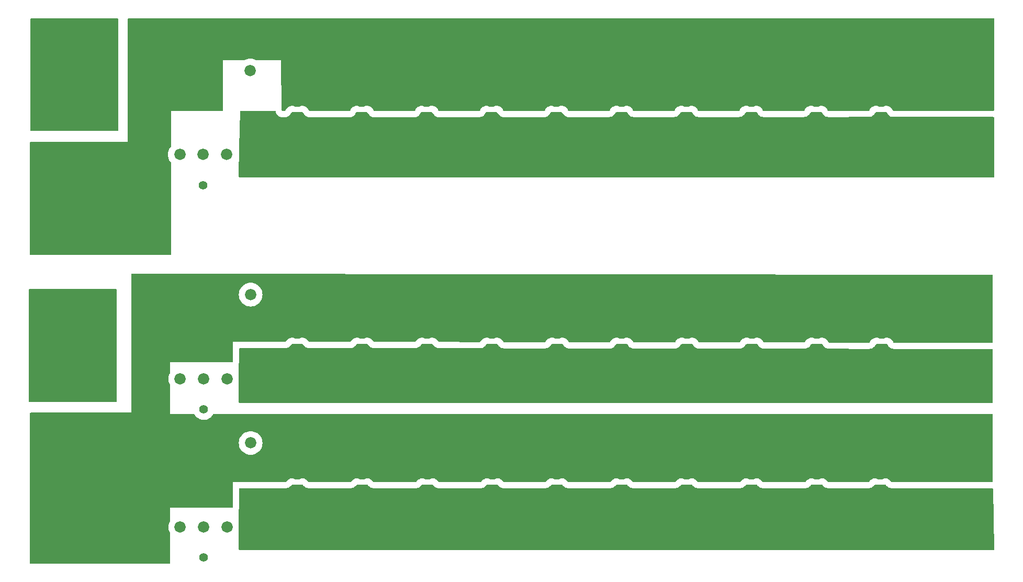
<source format=gbr>
%TF.GenerationSoftware,KiCad,Pcbnew,(7.0.0)*%
%TF.CreationDate,2023-05-17T11:52:10+03:00*%
%TF.ProjectId,Power Supply,506f7765-7220-4537-9570-706c792e6b69,rev?*%
%TF.SameCoordinates,Original*%
%TF.FileFunction,Copper,L2,Bot*%
%TF.FilePolarity,Positive*%
%FSLAX46Y46*%
G04 Gerber Fmt 4.6, Leading zero omitted, Abs format (unit mm)*
G04 Created by KiCad (PCBNEW (7.0.0)) date 2023-05-17 11:52:10*
%MOMM*%
%LPD*%
G01*
G04 APERTURE LIST*
G04 Aperture macros list*
%AMRoundRect*
0 Rectangle with rounded corners*
0 $1 Rounding radius*
0 $2 $3 $4 $5 $6 $7 $8 $9 X,Y pos of 4 corners*
0 Add a 4 corners polygon primitive as box body*
4,1,4,$2,$3,$4,$5,$6,$7,$8,$9,$2,$3,0*
0 Add four circle primitives for the rounded corners*
1,1,$1+$1,$2,$3*
1,1,$1+$1,$4,$5*
1,1,$1+$1,$6,$7*
1,1,$1+$1,$8,$9*
0 Add four rect primitives between the rounded corners*
20,1,$1+$1,$2,$3,$4,$5,0*
20,1,$1+$1,$4,$5,$6,$7,0*
20,1,$1+$1,$6,$7,$8,$9,0*
20,1,$1+$1,$8,$9,$2,$3,0*%
G04 Aperture macros list end*
%TA.AperFunction,ComponentPad*%
%ADD10C,1.400000*%
%TD*%
%TA.AperFunction,ComponentPad*%
%ADD11O,1.400000X1.400000*%
%TD*%
%TA.AperFunction,ComponentPad*%
%ADD12C,1.830000*%
%TD*%
%TA.AperFunction,ComponentPad*%
%ADD13C,2.655000*%
%TD*%
%TA.AperFunction,ComponentPad*%
%ADD14RoundRect,0.250000X0.750000X-0.600000X0.750000X0.600000X-0.750000X0.600000X-0.750000X-0.600000X0*%
%TD*%
%TA.AperFunction,ComponentPad*%
%ADD15O,2.000000X1.700000*%
%TD*%
%TA.AperFunction,ComponentPad*%
%ADD16C,2.200000*%
%TD*%
%TA.AperFunction,ComponentPad*%
%ADD17C,2.000000*%
%TD*%
%TA.AperFunction,ComponentPad*%
%ADD18R,1.600000X1.600000*%
%TD*%
%TA.AperFunction,ComponentPad*%
%ADD19C,1.600000*%
%TD*%
%TA.AperFunction,ViaPad*%
%ADD20C,1.400000*%
%TD*%
G04 APERTURE END LIST*
D10*
%TO.P,R3,1*%
%TO.N,Net-(M3-TRIM)*%
X86000000Y-81000000D03*
D11*
%TO.P,R3,2*%
%TO.N,GND2*%
X78379999Y-80999999D03*
%TD*%
%TO.P,R2,2*%
%TO.N,GND1*%
X78439999Y-141249999D03*
D10*
%TO.P,R2,1*%
%TO.N,Net-(M2-TRIM)*%
X86060000Y-141250000D03*
%TD*%
D11*
%TO.P,R1,2*%
%TO.N,GND1*%
X78439999Y-117249999D03*
D10*
%TO.P,R1,1*%
%TO.N,Net-(M1-TRIM)*%
X86060000Y-117250000D03*
%TD*%
D12*
%TO.P,M3,1,V_{IN}+*%
%TO.N,Net-(J21-0)*%
X93600000Y-62450000D03*
%TO.P,M3,2,ON_/_OFF_*%
%TO.N,GND2*%
X86000000Y-62450000D03*
%TO.P,M3,3,V_{IN}-*%
X78400000Y-62450000D03*
D13*
%TO.P,M3,4,VOUT_(-)*%
X78400000Y-76050000D03*
D12*
%TO.P,M3,5,PWR_GOOD*%
%TO.N,unconnected-(M3-PWR_GOOD-Pad5)*%
X82200000Y-76050000D03*
%TO.P,M3,6,TRIM*%
%TO.N,Net-(M3-TRIM)*%
X86000000Y-76050000D03*
%TO.P,M3,7,SENSE_(+)*%
%TO.N,Vdrive*%
X89800000Y-76050000D03*
D13*
%TO.P,M3,8,VOUT_(+)*%
X93600000Y-76050000D03*
%TD*%
%TO.P,M2,8,V_{OUT}+*%
%TO.N,+6V*%
X93660000Y-136300000D03*
D12*
%TO.P,M2,7,Sense*%
X89860000Y-136300000D03*
%TO.P,M2,6,TRIM*%
%TO.N,Net-(M2-TRIM)*%
X86060000Y-136300000D03*
%TO.P,M2,5,PWR_GOOD*%
%TO.N,unconnected-(M2-PWR_GOOD-Pad5)*%
X82260000Y-136300000D03*
D13*
%TO.P,M2,4,V_{OUT}-*%
%TO.N,GND1*%
X78460000Y-136300000D03*
D12*
%TO.P,M2,3,V_{IN}-*%
X78460000Y-122700000D03*
%TO.P,M2,2,~{ON}/OFF*%
X86060000Y-122700000D03*
%TO.P,M2,1,V_{IN}+*%
%TO.N,Net-(J1-0)*%
X93660000Y-122700000D03*
%TD*%
%TO.P,M1,1,V_{IN}+*%
%TO.N,Net-(J1-0)*%
X93660000Y-98700000D03*
%TO.P,M1,2,~{ON}/OFF*%
%TO.N,GND1*%
X86060000Y-98700000D03*
%TO.P,M1,3,V_{IN}-*%
X78460000Y-98700000D03*
D13*
%TO.P,M1,4,V_{OUT}-*%
X78460000Y-112300000D03*
D12*
%TO.P,M1,5,PWR_GOOD*%
%TO.N,unconnected-(M1-PWR_GOOD-Pad5)*%
X82260000Y-112300000D03*
%TO.P,M1,6,TRIM*%
%TO.N,Net-(M1-TRIM)*%
X86060000Y-112300000D03*
%TO.P,M1,7,Sense*%
%TO.N,+12V*%
X89860000Y-112300000D03*
D13*
%TO.P,M1,8,V_{OUT}+*%
X93660000Y-112300000D03*
%TD*%
D14*
%TO.P,J34,1,Pin_1*%
%TO.N,Vdrive*%
X132650000Y-70000000D03*
D15*
%TO.P,J34,2,Pin_2*%
%TO.N,GND2*%
X132649999Y-67499999D03*
%TD*%
D14*
%TO.P,J33,1,Pin_1*%
%TO.N,Vdrive*%
X122150000Y-70000000D03*
D15*
%TO.P,J33,2,Pin_2*%
%TO.N,GND2*%
X122149999Y-67499999D03*
%TD*%
D14*
%TO.P,J32,1,Pin_1*%
%TO.N,Vdrive*%
X111650000Y-70000000D03*
D15*
%TO.P,J32,2,Pin_2*%
%TO.N,GND2*%
X111649999Y-67499999D03*
%TD*%
D14*
%TO.P,J31,1,Pin_1*%
%TO.N,Vdrive*%
X101200000Y-70000000D03*
D15*
%TO.P,J31,2,Pin_2*%
%TO.N,GND2*%
X101199999Y-67499999D03*
%TD*%
D14*
%TO.P,J30,1,Pin_1*%
%TO.N,+6V*%
X195500000Y-130250000D03*
D15*
%TO.P,J30,2,Pin_2*%
%TO.N,GND1*%
X195499999Y-127749999D03*
%TD*%
D14*
%TO.P,J29,1,Pin_1*%
%TO.N,+6V*%
X101200000Y-130250000D03*
D15*
%TO.P,J29,2,Pin_2*%
%TO.N,GND1*%
X101199999Y-127749999D03*
%TD*%
D14*
%TO.P,J28,1,Pin_1*%
%TO.N,+6V*%
X122250000Y-130250000D03*
D15*
%TO.P,J28,2,Pin_2*%
%TO.N,GND1*%
X122249999Y-127749999D03*
%TD*%
D14*
%TO.P,J27,1,Pin_1*%
%TO.N,+6V*%
X111700000Y-130250000D03*
D15*
%TO.P,J27,2,Pin_2*%
%TO.N,GND1*%
X111699999Y-127749999D03*
%TD*%
D14*
%TO.P,J26,1,Pin_1*%
%TO.N,+12V*%
X143250000Y-107500000D03*
D15*
%TO.P,J26,2,Pin_2*%
%TO.N,GND1*%
X143249999Y-104999999D03*
%TD*%
D14*
%TO.P,J25,1,Pin_1*%
%TO.N,+12V*%
X132700000Y-107500000D03*
D15*
%TO.P,J25,2,Pin_2*%
%TO.N,GND1*%
X132699999Y-104999999D03*
%TD*%
D14*
%TO.P,J24,1,Pin_1*%
%TO.N,+12V*%
X122200000Y-107500000D03*
D15*
%TO.P,J24,2,Pin_2*%
%TO.N,GND1*%
X122199999Y-104999999D03*
%TD*%
D14*
%TO.P,J23,1,Pin_1*%
%TO.N,+12V*%
X111700000Y-107500000D03*
D15*
%TO.P,J23,2,Pin_2*%
%TO.N,GND1*%
X111699999Y-104999999D03*
%TD*%
D16*
%TO.P,J22,1,0*%
%TO.N,GND2*%
X68810000Y-88810000D03*
X68810000Y-86270000D03*
X68810000Y-83730000D03*
X68810000Y-81190000D03*
X66270000Y-88810000D03*
X66270000Y-86270000D03*
X66270000Y-83730000D03*
X66270000Y-81190000D03*
X63730000Y-88810000D03*
X63730000Y-86270000D03*
X63730000Y-83730000D03*
X63730000Y-81190000D03*
X61190000Y-88810000D03*
X61190000Y-86270000D03*
X61190000Y-83730000D03*
X61190000Y-81190000D03*
%TD*%
%TO.P,J21,1,0*%
%TO.N,Net-(J21-0)*%
X61190000Y-57190000D03*
X61190000Y-59730000D03*
X61190000Y-62270000D03*
X61190000Y-64810000D03*
X63730000Y-57190000D03*
X63730000Y-59730000D03*
X63730000Y-62270000D03*
X63730000Y-64810000D03*
X66270000Y-57190000D03*
X66270000Y-59730000D03*
X66270000Y-62270000D03*
X66270000Y-64810000D03*
X68810000Y-57190000D03*
X68810000Y-59730000D03*
X68810000Y-62270000D03*
X68810000Y-64810000D03*
%TD*%
D14*
%TO.P,J20,1,Pin_1*%
%TO.N,Vdrive*%
X195650000Y-70000000D03*
D15*
%TO.P,J20,2,Pin_2*%
%TO.N,GND2*%
X195649999Y-67499999D03*
%TD*%
D14*
%TO.P,J19,1,Pin_1*%
%TO.N,Vdrive*%
X185150000Y-70000000D03*
D15*
%TO.P,J19,2,Pin_2*%
%TO.N,GND2*%
X185149999Y-67499999D03*
%TD*%
%TO.P,J18,2,Pin_2*%
%TO.N,GND2*%
X174649999Y-67499999D03*
D14*
%TO.P,J18,1,Pin_1*%
%TO.N,Vdrive*%
X174650000Y-70000000D03*
%TD*%
%TO.P,J17,1,Pin_1*%
%TO.N,Vdrive*%
X164150000Y-70000000D03*
D15*
%TO.P,J17,2,Pin_2*%
%TO.N,GND2*%
X164149999Y-67499999D03*
%TD*%
D14*
%TO.P,J16,1,Pin_1*%
%TO.N,Vdrive*%
X153650000Y-70000000D03*
D15*
%TO.P,J16,2,Pin_2*%
%TO.N,GND2*%
X153649999Y-67499999D03*
%TD*%
D14*
%TO.P,J15,1,Pin_1*%
%TO.N,Vdrive*%
X143150000Y-70000000D03*
D15*
%TO.P,J15,2,Pin_2*%
%TO.N,GND2*%
X143149999Y-67499999D03*
%TD*%
D14*
%TO.P,J14,1,Pin_1*%
%TO.N,+6V*%
X143200000Y-130250000D03*
D15*
%TO.P,J14,2,Pin_2*%
%TO.N,GND1*%
X143199999Y-127749999D03*
%TD*%
D14*
%TO.P,J13,1,Pin_1*%
%TO.N,+6V*%
X153700000Y-130250000D03*
D15*
%TO.P,J13,2,Pin_2*%
%TO.N,GND1*%
X153699999Y-127749999D03*
%TD*%
D14*
%TO.P,J12,1,Pin_1*%
%TO.N,+6V*%
X164200000Y-130250000D03*
D15*
%TO.P,J12,2,Pin_2*%
%TO.N,GND1*%
X164199999Y-127749999D03*
%TD*%
D14*
%TO.P,J11,1,Pin_1*%
%TO.N,+6V*%
X174700000Y-130250000D03*
D15*
%TO.P,J11,2,Pin_2*%
%TO.N,GND1*%
X174699999Y-127749999D03*
%TD*%
D14*
%TO.P,J10,1,Pin_1*%
%TO.N,+6V*%
X185250000Y-130250000D03*
D15*
%TO.P,J10,2,Pin_2*%
%TO.N,GND1*%
X185249999Y-127749999D03*
%TD*%
D14*
%TO.P,J9,1,Pin_1*%
%TO.N,+6V*%
X132750000Y-130250000D03*
D15*
%TO.P,J9,2,Pin_2*%
%TO.N,GND1*%
X132749999Y-127749999D03*
%TD*%
D14*
%TO.P,J8,1,Pin_1*%
%TO.N,+12V*%
X195750000Y-107500000D03*
D15*
%TO.P,J8,2,Pin_2*%
%TO.N,GND1*%
X195749999Y-104999999D03*
%TD*%
D14*
%TO.P,J7,1,Pin_1*%
%TO.N,+12V*%
X185250000Y-107500000D03*
D15*
%TO.P,J7,2,Pin_2*%
%TO.N,GND1*%
X185249999Y-104999999D03*
%TD*%
D14*
%TO.P,J6,1,Pin_1*%
%TO.N,+12V*%
X174750000Y-107500000D03*
D15*
%TO.P,J6,2,Pin_2*%
%TO.N,GND1*%
X174749999Y-104999999D03*
%TD*%
D14*
%TO.P,J5,1,Pin_1*%
%TO.N,+12V*%
X164250000Y-107500000D03*
D15*
%TO.P,J5,2,Pin_2*%
%TO.N,GND1*%
X164249999Y-104999999D03*
%TD*%
D14*
%TO.P,J4,1,Pin_1*%
%TO.N,+12V*%
X153700000Y-107500000D03*
D15*
%TO.P,J4,2,Pin_2*%
%TO.N,GND1*%
X153699999Y-104999999D03*
%TD*%
%TO.P,J3,2,Pin_2*%
%TO.N,GND1*%
X101199999Y-104999999D03*
D14*
%TO.P,J3,1,Pin_1*%
%TO.N,+12V*%
X101200000Y-107500000D03*
%TD*%
D16*
%TO.P,J2,1,0*%
%TO.N,GND1*%
X61190000Y-125198000D03*
X61190000Y-127738000D03*
X61190000Y-130278000D03*
X61190000Y-132818000D03*
X63730000Y-125198000D03*
X63730000Y-127738000D03*
X63730000Y-130278000D03*
X63730000Y-132818000D03*
X66270000Y-125198000D03*
X66270000Y-127738000D03*
X66270000Y-130278000D03*
X66270000Y-132818000D03*
X68810000Y-125198000D03*
X68810000Y-127738000D03*
X68810000Y-130278000D03*
X68810000Y-132818000D03*
%TD*%
%TO.P,J1,1,0*%
%TO.N,Net-(J1-0)*%
X61190000Y-100920000D03*
X61190000Y-103460000D03*
X61190000Y-106000000D03*
X61190000Y-108540000D03*
X63730000Y-100920000D03*
X63730000Y-103460000D03*
X63730000Y-106000000D03*
X63730000Y-108540000D03*
X66270000Y-100920000D03*
X66270000Y-103460000D03*
X66270000Y-106000000D03*
X66270000Y-108540000D03*
X68810000Y-100920000D03*
X68810000Y-103460000D03*
X68810000Y-106000000D03*
X68810000Y-108540000D03*
%TD*%
D17*
%TO.P,C40,1*%
%TO.N,Vdrive*%
X159200000Y-71500000D03*
%TO.P,C40,2*%
%TO.N,GND2*%
X159200000Y-66500000D03*
%TD*%
%TO.P,C39,1*%
%TO.N,Vdrive*%
X148700000Y-71500000D03*
%TO.P,C39,2*%
%TO.N,GND2*%
X148700000Y-66500000D03*
%TD*%
%TO.P,C38,1*%
%TO.N,Vdrive*%
X138200000Y-71500000D03*
%TO.P,C38,2*%
%TO.N,GND2*%
X138200000Y-66500000D03*
%TD*%
%TO.P,C37,1*%
%TO.N,Vdrive*%
X127700000Y-71500000D03*
%TO.P,C37,2*%
%TO.N,GND2*%
X127700000Y-66500000D03*
%TD*%
%TO.P,C36,2*%
%TO.N,GND2*%
X117200000Y-66500000D03*
%TO.P,C36,1*%
%TO.N,Vdrive*%
X117200000Y-71500000D03*
%TD*%
%TO.P,C35,1*%
%TO.N,Vdrive*%
X106700000Y-71500000D03*
%TO.P,C35,2*%
%TO.N,GND2*%
X106700000Y-66500000D03*
%TD*%
%TO.P,C34,1*%
%TO.N,Vdrive*%
X180200000Y-71500000D03*
%TO.P,C34,2*%
%TO.N,GND2*%
X180200000Y-66500000D03*
%TD*%
%TO.P,C33,1*%
%TO.N,Vdrive*%
X190700000Y-71500000D03*
%TO.P,C33,2*%
%TO.N,GND2*%
X190700000Y-66500000D03*
%TD*%
%TO.P,C32,1*%
%TO.N,Vdrive*%
X201200000Y-71500000D03*
%TO.P,C32,2*%
%TO.N,GND2*%
X201200000Y-66500000D03*
%TD*%
%TO.P,C31,1*%
%TO.N,Vdrive*%
X169700000Y-71500000D03*
%TO.P,C31,2*%
%TO.N,GND2*%
X169700000Y-66500000D03*
%TD*%
%TO.P,C30,1*%
%TO.N,+6V*%
X127750000Y-131750000D03*
%TO.P,C30,2*%
%TO.N,GND1*%
X127750000Y-126750000D03*
%TD*%
%TO.P,C29,1*%
%TO.N,+6V*%
X106750000Y-131750000D03*
%TO.P,C29,2*%
%TO.N,GND1*%
X106750000Y-126750000D03*
%TD*%
%TO.P,C28,1*%
%TO.N,+6V*%
X190750000Y-131750000D03*
%TO.P,C28,2*%
%TO.N,GND1*%
X190750000Y-126750000D03*
%TD*%
%TO.P,C27,1*%
%TO.N,+6V*%
X180250000Y-131750000D03*
%TO.P,C27,2*%
%TO.N,GND1*%
X180250000Y-126750000D03*
%TD*%
%TO.P,C26,1*%
%TO.N,+6V*%
X169750000Y-131750000D03*
%TO.P,C26,2*%
%TO.N,GND1*%
X169750000Y-126750000D03*
%TD*%
%TO.P,C25,1*%
%TO.N,+6V*%
X159250000Y-131750000D03*
%TO.P,C25,2*%
%TO.N,GND1*%
X159250000Y-126750000D03*
%TD*%
%TO.P,C24,1*%
%TO.N,+6V*%
X148750000Y-131750000D03*
%TO.P,C24,2*%
%TO.N,GND1*%
X148750000Y-126750000D03*
%TD*%
%TO.P,C23,1*%
%TO.N,+6V*%
X138250000Y-131750000D03*
%TO.P,C23,2*%
%TO.N,GND1*%
X138250000Y-126750000D03*
%TD*%
%TO.P,C22,1*%
%TO.N,+6V*%
X201000000Y-131750000D03*
%TO.P,C22,2*%
%TO.N,GND1*%
X201000000Y-126750000D03*
%TD*%
%TO.P,C21,1*%
%TO.N,+6V*%
X117250000Y-131750000D03*
%TO.P,C21,2*%
%TO.N,GND1*%
X117250000Y-126750000D03*
%TD*%
%TO.P,C20,1*%
%TO.N,+12V*%
X190750000Y-109000000D03*
%TO.P,C20,2*%
%TO.N,GND1*%
X190750000Y-104000000D03*
%TD*%
%TO.P,C19,1*%
%TO.N,+12V*%
X127700000Y-109000000D03*
%TO.P,C19,2*%
%TO.N,GND1*%
X127700000Y-104000000D03*
%TD*%
%TO.P,C18,1*%
%TO.N,+12V*%
X117250000Y-109000000D03*
%TO.P,C18,2*%
%TO.N,GND1*%
X117250000Y-104000000D03*
%TD*%
%TO.P,C17,1*%
%TO.N,+12V*%
X106750000Y-109000000D03*
%TO.P,C17,2*%
%TO.N,GND1*%
X106750000Y-104000000D03*
%TD*%
%TO.P,C16,1*%
%TO.N,+12V*%
X201250000Y-109000000D03*
%TO.P,C16,2*%
%TO.N,GND1*%
X201250000Y-104000000D03*
%TD*%
%TO.P,C15,1*%
%TO.N,+12V*%
X180250000Y-109000000D03*
%TO.P,C15,2*%
%TO.N,GND1*%
X180250000Y-104000000D03*
%TD*%
%TO.P,C14,1*%
%TO.N,+12V*%
X169750000Y-109000000D03*
%TO.P,C14,2*%
%TO.N,GND1*%
X169750000Y-104000000D03*
%TD*%
%TO.P,C13,1*%
%TO.N,+12V*%
X159250000Y-109000000D03*
%TO.P,C13,2*%
%TO.N,GND1*%
X159250000Y-104000000D03*
%TD*%
%TO.P,C12,1*%
%TO.N,+12V*%
X148750000Y-109000000D03*
%TO.P,C12,2*%
%TO.N,GND1*%
X148750000Y-104000000D03*
%TD*%
%TO.P,C11,1*%
%TO.N,+12V*%
X138250000Y-109000000D03*
%TO.P,C11,2*%
%TO.N,GND1*%
X138250000Y-104000000D03*
%TD*%
D18*
%TO.P,C10,1*%
%TO.N,Net-(J21-0)*%
X59999999Y-70597348D03*
D19*
%TO.P,C10,2*%
%TO.N,GND2*%
X60000000Y-75597349D03*
%TD*%
D18*
%TO.P,C9,1*%
%TO.N,Net-(J21-0)*%
X68799999Y-70499999D03*
D19*
%TO.P,C9,2*%
%TO.N,GND2*%
X68800000Y-75500000D03*
%TD*%
D18*
%TO.P,C8,1*%
%TO.N,Net-(J1-0)*%
X68999999Y-114847348D03*
D19*
%TO.P,C8,2*%
%TO.N,GND1*%
X69000000Y-119847349D03*
%TD*%
%TO.P,C7,2*%
%TO.N,GND1*%
X60250000Y-119847349D03*
D18*
%TO.P,C7,1*%
%TO.N,Net-(J1-0)*%
X60249999Y-114847348D03*
%TD*%
D20*
%TO.N,GND2*%
X209925000Y-59925000D03*
X204925000Y-59925000D03*
X199925000Y-59925000D03*
X194925000Y-64925000D03*
X194925000Y-59925000D03*
X189925000Y-59925000D03*
X184925000Y-64925000D03*
X184925000Y-59925000D03*
X179925000Y-59925000D03*
X174925000Y-64925000D03*
X174925000Y-59925000D03*
X169925000Y-59925000D03*
X164925000Y-64925000D03*
X164925000Y-59925000D03*
X159925000Y-59925000D03*
X154925000Y-64925000D03*
X154925000Y-59925000D03*
X149925000Y-59925000D03*
X144925000Y-64925000D03*
X144925000Y-59925000D03*
X139925000Y-59925000D03*
X134925000Y-64925000D03*
X134925000Y-59925000D03*
X129925000Y-59925000D03*
X124925000Y-64925000D03*
X124925000Y-59925000D03*
X119925000Y-64925000D03*
X119925000Y-59925000D03*
X114925000Y-59925000D03*
X109925000Y-64925000D03*
X109925000Y-59925000D03*
X104925000Y-59925000D03*
X99925000Y-64925000D03*
X99925000Y-59925000D03*
X74925000Y-89925000D03*
X74925000Y-84925000D03*
X74925000Y-79925000D03*
X74925000Y-74925000D03*
X74925000Y-69925000D03*
X74925000Y-64925000D03*
X74925000Y-59925000D03*
%TO.N,GND1*%
X209925000Y-119925000D03*
X209925000Y-99925000D03*
X204925000Y-119925000D03*
X204925000Y-99925000D03*
X199925000Y-119925000D03*
X199925000Y-99925000D03*
X194925000Y-124925000D03*
X194925000Y-119925000D03*
X194925000Y-99925000D03*
X189925000Y-119925000D03*
X189925000Y-99925000D03*
X184925000Y-124925000D03*
X184925000Y-119925000D03*
X184925000Y-99925000D03*
X179925000Y-119925000D03*
X179925000Y-99925000D03*
X174925000Y-124925000D03*
X174925000Y-119925000D03*
X174925000Y-99925000D03*
X169925000Y-119925000D03*
X169925000Y-99925000D03*
X164925000Y-124925000D03*
X164925000Y-119925000D03*
X164925000Y-99925000D03*
X159925000Y-119925000D03*
X159925000Y-99925000D03*
X154925000Y-124925000D03*
X154925000Y-119925000D03*
X154925000Y-99925000D03*
X149925000Y-119925000D03*
X149925000Y-99925000D03*
X144925000Y-124925000D03*
X144925000Y-119925000D03*
X144925000Y-99925000D03*
X139925000Y-119925000D03*
X139925000Y-99925000D03*
X134925000Y-124925000D03*
X134925000Y-119925000D03*
X134925000Y-99925000D03*
X129925000Y-119925000D03*
X129925000Y-99925000D03*
X124925000Y-124925000D03*
X124925000Y-119925000D03*
X124925000Y-104925000D03*
X124925000Y-99925000D03*
X119925000Y-119925000D03*
X119925000Y-99925000D03*
X114925000Y-119925000D03*
X114925000Y-99925000D03*
X109925000Y-124925000D03*
X109925000Y-119925000D03*
X109925000Y-99925000D03*
X104925000Y-119925000D03*
X104925000Y-99925000D03*
X99925000Y-119925000D03*
X99925000Y-99925000D03*
X94925000Y-104925000D03*
X89925000Y-104925000D03*
X84925000Y-129925000D03*
X84925000Y-104925000D03*
X79925000Y-129925000D03*
X79925000Y-104925000D03*
X74925000Y-139925000D03*
X74925000Y-134925000D03*
X74925000Y-129925000D03*
X74925000Y-124925000D03*
X69925000Y-139925000D03*
X64925000Y-139925000D03*
X64925000Y-119925000D03*
%TD*%
%TA.AperFunction,Conductor*%
%TO.N,Vdrive*%
G36*
X97642250Y-68962592D02*
G01*
X97685638Y-68997811D01*
X97709155Y-69048503D01*
X97729986Y-69147648D01*
X97730525Y-69149580D01*
X97746381Y-69206420D01*
X97746385Y-69206434D01*
X97747107Y-69209020D01*
X97748051Y-69211540D01*
X97748054Y-69211547D01*
X97806279Y-69366865D01*
X97806282Y-69366872D01*
X97808168Y-69371902D01*
X97810895Y-69376536D01*
X97893664Y-69517195D01*
X97893667Y-69517200D01*
X97896388Y-69521823D01*
X97899864Y-69525907D01*
X97899868Y-69525913D01*
X98007385Y-69652250D01*
X98007392Y-69652258D01*
X98009126Y-69654295D01*
X98054464Y-69699065D01*
X98188359Y-69810133D01*
X98339393Y-69896459D01*
X98503047Y-69955461D01*
X98564633Y-69971805D01*
X98692716Y-69997028D01*
X98822988Y-70005446D01*
X99178952Y-70005291D01*
X99369497Y-69986987D01*
X99415641Y-69978060D01*
X99599271Y-69923975D01*
X99769323Y-69836069D01*
X99808830Y-69810610D01*
X99959134Y-69692074D01*
X100084252Y-69547202D01*
X100111446Y-69508870D01*
X100206844Y-69342907D01*
X100227954Y-69296429D01*
X100266681Y-69248339D01*
X100323799Y-69224887D01*
X100384642Y-69231832D01*
X100387176Y-69233020D01*
X100646569Y-69311060D01*
X100914561Y-69350500D01*
X101415369Y-69350500D01*
X101417631Y-69350500D01*
X101620156Y-69335677D01*
X101884553Y-69276780D01*
X102012934Y-69227677D01*
X102074280Y-69220674D01*
X102131400Y-69244124D01*
X102170128Y-69292213D01*
X102191095Y-69338371D01*
X102192359Y-69341154D01*
X102287848Y-69507247D01*
X102294908Y-69517195D01*
X102312977Y-69542658D01*
X102315065Y-69545599D01*
X102316993Y-69547830D01*
X102435613Y-69685118D01*
X102440308Y-69690551D01*
X102444949Y-69694208D01*
X102444953Y-69694212D01*
X102525580Y-69757749D01*
X102590767Y-69809119D01*
X102630315Y-69834580D01*
X102632945Y-69835937D01*
X102632947Y-69835939D01*
X102669900Y-69855017D01*
X102800542Y-69922467D01*
X102984348Y-69976473D01*
X103030533Y-69985373D01*
X103221232Y-70003538D01*
X109631010Y-70000757D01*
X109821557Y-69982453D01*
X109867701Y-69973526D01*
X110051331Y-69919441D01*
X110221383Y-69831535D01*
X110260890Y-69806076D01*
X110411199Y-69687536D01*
X110536319Y-69542658D01*
X110563513Y-69504325D01*
X110658904Y-69338371D01*
X110677954Y-69296428D01*
X110716680Y-69248340D01*
X110773799Y-69224887D01*
X110834642Y-69231832D01*
X110837176Y-69233020D01*
X111096569Y-69311060D01*
X111364561Y-69350500D01*
X111865369Y-69350500D01*
X111867631Y-69350500D01*
X112070156Y-69335677D01*
X112334553Y-69276780D01*
X112462934Y-69227677D01*
X112524280Y-69220674D01*
X112581400Y-69244124D01*
X112620128Y-69292212D01*
X112640299Y-69336618D01*
X112641768Y-69339173D01*
X112641772Y-69339181D01*
X112734298Y-69500124D01*
X112734305Y-69500136D01*
X112735774Y-69502690D01*
X112737480Y-69505094D01*
X112737487Y-69505105D01*
X112761279Y-69538632D01*
X112761284Y-69538639D01*
X112762994Y-69541048D01*
X112888242Y-69686010D01*
X113038709Y-69804586D01*
X113041193Y-69806185D01*
X113041197Y-69806188D01*
X113045197Y-69808763D01*
X113078257Y-69830047D01*
X113080887Y-69831404D01*
X113080889Y-69831406D01*
X113087037Y-69834580D01*
X113248484Y-69917934D01*
X113432290Y-69971940D01*
X113478475Y-69980840D01*
X113669174Y-69999005D01*
X120133079Y-69996201D01*
X120323626Y-69977897D01*
X120369770Y-69968970D01*
X120553400Y-69914885D01*
X120723452Y-69826979D01*
X120762959Y-69801520D01*
X120913263Y-69682984D01*
X121038381Y-69538112D01*
X121065575Y-69499780D01*
X121160973Y-69333816D01*
X121177954Y-69296429D01*
X121216681Y-69248339D01*
X121273800Y-69224887D01*
X121334642Y-69231832D01*
X121337176Y-69233020D01*
X121596569Y-69311060D01*
X121864561Y-69350500D01*
X122365369Y-69350500D01*
X122367631Y-69350500D01*
X122570156Y-69335677D01*
X122834553Y-69276780D01*
X122962934Y-69227677D01*
X123024280Y-69220674D01*
X123081400Y-69244124D01*
X123120127Y-69292210D01*
X123138229Y-69332062D01*
X123139702Y-69334625D01*
X123139703Y-69334626D01*
X123232229Y-69495570D01*
X123232236Y-69495582D01*
X123233705Y-69498136D01*
X123235411Y-69500540D01*
X123235418Y-69500551D01*
X123259210Y-69534078D01*
X123259215Y-69534085D01*
X123260925Y-69536494D01*
X123386173Y-69681456D01*
X123536640Y-69800032D01*
X123539124Y-69801631D01*
X123539128Y-69801634D01*
X123546028Y-69806076D01*
X123576188Y-69825493D01*
X123578818Y-69826850D01*
X123578820Y-69826852D01*
X123590505Y-69832885D01*
X123746415Y-69913380D01*
X123930221Y-69967386D01*
X123976406Y-69976286D01*
X124167105Y-69994451D01*
X130635149Y-69991644D01*
X130825696Y-69973340D01*
X130871840Y-69964413D01*
X131055470Y-69910328D01*
X131225522Y-69822422D01*
X131265029Y-69796963D01*
X131415333Y-69678427D01*
X131540451Y-69533555D01*
X131567645Y-69495223D01*
X131663043Y-69329259D01*
X131677954Y-69296429D01*
X131716678Y-69248341D01*
X131773795Y-69224888D01*
X131834638Y-69231830D01*
X131837176Y-69233020D01*
X132096569Y-69311060D01*
X132364561Y-69350500D01*
X132865369Y-69350500D01*
X132867631Y-69350500D01*
X133070156Y-69335677D01*
X133334553Y-69276780D01*
X133462934Y-69227677D01*
X133524280Y-69220674D01*
X133581400Y-69244124D01*
X133620128Y-69292213D01*
X133634933Y-69324806D01*
X133634938Y-69324815D01*
X133636160Y-69327506D01*
X133637629Y-69330061D01*
X133637633Y-69330069D01*
X133649379Y-69350500D01*
X133731636Y-69493581D01*
X133733342Y-69495985D01*
X133733349Y-69495996D01*
X133757141Y-69529523D01*
X133757146Y-69529530D01*
X133758856Y-69531939D01*
X133884104Y-69676901D01*
X134034571Y-69795477D01*
X134037055Y-69797076D01*
X134037059Y-69797079D01*
X134046443Y-69803120D01*
X134074119Y-69820938D01*
X134076749Y-69822295D01*
X134076751Y-69822297D01*
X134100335Y-69834473D01*
X134244346Y-69908825D01*
X134428152Y-69962831D01*
X134474337Y-69971731D01*
X134665036Y-69989896D01*
X141137217Y-69987088D01*
X141327768Y-69968783D01*
X141373911Y-69959856D01*
X141557530Y-69905774D01*
X141727573Y-69817875D01*
X141767080Y-69792417D01*
X141917392Y-69673880D01*
X142042515Y-69529004D01*
X142069710Y-69490671D01*
X142165108Y-69324711D01*
X142168880Y-69316406D01*
X142177954Y-69296430D01*
X142216681Y-69248339D01*
X142273800Y-69224887D01*
X142334642Y-69231832D01*
X142337176Y-69233020D01*
X142596569Y-69311060D01*
X142864561Y-69350500D01*
X143365369Y-69350500D01*
X143367631Y-69350500D01*
X143570156Y-69335677D01*
X143834553Y-69276780D01*
X143962934Y-69227677D01*
X144024280Y-69220674D01*
X144081400Y-69244124D01*
X144120129Y-69292214D01*
X144132870Y-69320265D01*
X144132875Y-69320275D01*
X144134092Y-69322954D01*
X144135557Y-69325502D01*
X144135561Y-69325510D01*
X144216477Y-69466255D01*
X144229578Y-69489043D01*
X144231284Y-69491448D01*
X144231286Y-69491450D01*
X144254703Y-69524448D01*
X144256796Y-69527397D01*
X144258723Y-69529627D01*
X144258726Y-69529631D01*
X144374239Y-69663322D01*
X144382047Y-69672358D01*
X144411713Y-69695736D01*
X144528618Y-69787861D01*
X144532517Y-69790933D01*
X144534992Y-69792526D01*
X144535000Y-69792532D01*
X144552291Y-69803663D01*
X144572065Y-69816393D01*
X144686321Y-69875380D01*
X144730679Y-69898282D01*
X144742276Y-69904269D01*
X144747955Y-69905937D01*
X144747956Y-69905938D01*
X144923217Y-69957436D01*
X144923221Y-69957437D01*
X144926063Y-69958272D01*
X144972248Y-69967173D01*
X145162967Y-69985342D01*
X151639287Y-69982532D01*
X151829838Y-69964227D01*
X151875981Y-69955300D01*
X152059600Y-69901218D01*
X152229643Y-69813319D01*
X152269150Y-69787861D01*
X152419462Y-69669324D01*
X152544585Y-69524448D01*
X152571780Y-69486115D01*
X152667179Y-69320152D01*
X152674297Y-69304480D01*
X152677954Y-69296430D01*
X152716681Y-69248339D01*
X152773800Y-69224887D01*
X152834642Y-69231832D01*
X152837176Y-69233020D01*
X153096569Y-69311060D01*
X153364561Y-69350500D01*
X153865369Y-69350500D01*
X153867631Y-69350500D01*
X154070156Y-69335677D01*
X154334553Y-69276780D01*
X154462934Y-69227677D01*
X154524280Y-69220674D01*
X154581400Y-69244124D01*
X154620129Y-69292214D01*
X154630618Y-69315308D01*
X154632023Y-69318399D01*
X154633488Y-69320947D01*
X154633492Y-69320955D01*
X154662782Y-69371902D01*
X154727509Y-69484488D01*
X154729215Y-69486893D01*
X154729217Y-69486895D01*
X154753016Y-69520431D01*
X154754727Y-69522842D01*
X154756654Y-69525072D01*
X154756657Y-69525076D01*
X154876033Y-69663238D01*
X154879978Y-69667803D01*
X154908845Y-69690551D01*
X155020765Y-69778748D01*
X155030448Y-69786378D01*
X155032923Y-69787971D01*
X155032931Y-69787977D01*
X155046890Y-69796963D01*
X155069996Y-69811838D01*
X155116930Y-69836069D01*
X155204925Y-69881499D01*
X155240207Y-69899714D01*
X155245886Y-69901382D01*
X155245887Y-69901383D01*
X155421148Y-69952881D01*
X155421152Y-69952882D01*
X155423994Y-69953717D01*
X155470179Y-69962618D01*
X155660898Y-69980787D01*
X162141356Y-69977976D01*
X162331907Y-69959671D01*
X162378050Y-69950744D01*
X162561669Y-69896662D01*
X162731712Y-69808763D01*
X162771219Y-69783305D01*
X162921531Y-69664768D01*
X163046654Y-69519892D01*
X163073849Y-69481559D01*
X163169247Y-69315599D01*
X163174297Y-69304480D01*
X163177954Y-69296430D01*
X163216681Y-69248339D01*
X163273800Y-69224887D01*
X163334642Y-69231832D01*
X163337176Y-69233020D01*
X163596569Y-69311060D01*
X163864561Y-69350500D01*
X164365369Y-69350500D01*
X164367631Y-69350500D01*
X164570156Y-69335677D01*
X164834553Y-69276780D01*
X164962934Y-69227677D01*
X165024279Y-69220674D01*
X165081399Y-69244123D01*
X165120128Y-69292212D01*
X165125390Y-69303795D01*
X165129954Y-69313843D01*
X165131423Y-69316398D01*
X165131427Y-69316406D01*
X165219657Y-69469876D01*
X165225430Y-69479918D01*
X165227136Y-69482322D01*
X165227143Y-69482333D01*
X165250935Y-69515860D01*
X165250940Y-69515867D01*
X165252650Y-69518276D01*
X165377898Y-69663238D01*
X165528365Y-69781814D01*
X165530849Y-69783413D01*
X165530853Y-69783416D01*
X165534920Y-69786034D01*
X165567913Y-69807275D01*
X165570543Y-69808632D01*
X165570545Y-69808634D01*
X165588202Y-69817750D01*
X165738140Y-69895162D01*
X165921946Y-69949168D01*
X165968131Y-69958068D01*
X166158830Y-69976233D01*
X172643426Y-69973419D01*
X172833977Y-69955114D01*
X172880120Y-69946187D01*
X173063739Y-69892105D01*
X173233782Y-69804206D01*
X173273289Y-69778748D01*
X173423597Y-69660215D01*
X173548717Y-69515345D01*
X173575912Y-69477013D01*
X173671318Y-69311039D01*
X173677953Y-69296430D01*
X173716678Y-69248341D01*
X173773795Y-69224888D01*
X173834638Y-69231830D01*
X173837176Y-69233020D01*
X174096569Y-69311060D01*
X174364561Y-69350500D01*
X174865369Y-69350500D01*
X174867631Y-69350500D01*
X175070156Y-69335677D01*
X175334553Y-69276780D01*
X175462935Y-69227677D01*
X175524278Y-69220674D01*
X175581397Y-69244122D01*
X175620126Y-69292210D01*
X175626660Y-69306594D01*
X175626668Y-69306609D01*
X175627886Y-69309291D01*
X175629355Y-69311846D01*
X175629358Y-69311852D01*
X175720208Y-69469876D01*
X175723379Y-69475390D01*
X175725083Y-69477791D01*
X175725090Y-69477802D01*
X175748883Y-69511329D01*
X175748892Y-69511340D01*
X175750597Y-69513743D01*
X175777517Y-69544899D01*
X175871125Y-69653237D01*
X175875839Y-69658692D01*
X175880480Y-69662349D01*
X175880484Y-69662353D01*
X175929251Y-69700783D01*
X176026296Y-69777259D01*
X176028792Y-69778866D01*
X176028795Y-69778868D01*
X176037615Y-69784546D01*
X176065844Y-69802720D01*
X176068476Y-69804079D01*
X176068478Y-69804080D01*
X176100913Y-69820826D01*
X176236062Y-69890603D01*
X176419857Y-69944609D01*
X176466042Y-69953510D01*
X176656761Y-69971679D01*
X183145496Y-69968863D01*
X183336047Y-69950558D01*
X183382190Y-69941631D01*
X183565809Y-69887549D01*
X183735852Y-69799650D01*
X183775359Y-69774192D01*
X183925671Y-69655655D01*
X184050794Y-69510779D01*
X184077989Y-69472446D01*
X184173388Y-69306482D01*
X184177949Y-69296439D01*
X184216673Y-69248345D01*
X184273792Y-69224888D01*
X184334638Y-69231830D01*
X184337176Y-69233020D01*
X184596569Y-69311060D01*
X184864561Y-69350500D01*
X185365369Y-69350500D01*
X185367631Y-69350500D01*
X185570156Y-69335677D01*
X185834553Y-69276780D01*
X185962934Y-69227677D01*
X186024278Y-69220674D01*
X186081397Y-69244122D01*
X186120126Y-69292208D01*
X186125817Y-69304736D01*
X186127285Y-69307290D01*
X186127290Y-69307299D01*
X186219623Y-69467901D01*
X186221310Y-69470835D01*
X186223014Y-69473236D01*
X186223021Y-69473247D01*
X186246814Y-69506774D01*
X186246823Y-69506785D01*
X186248528Y-69509188D01*
X186373770Y-69654137D01*
X186378411Y-69657794D01*
X186378415Y-69657798D01*
X186428382Y-69697174D01*
X186524227Y-69772704D01*
X186526723Y-69774311D01*
X186526726Y-69774313D01*
X186530777Y-69776921D01*
X186563775Y-69798165D01*
X186566407Y-69799524D01*
X186566409Y-69799525D01*
X186584052Y-69808634D01*
X186733993Y-69886048D01*
X186917788Y-69940054D01*
X186963973Y-69948955D01*
X187154692Y-69967124D01*
X193647565Y-69964307D01*
X193838116Y-69946002D01*
X193884259Y-69937075D01*
X194067878Y-69882993D01*
X194237921Y-69795094D01*
X194277428Y-69769636D01*
X194427736Y-69651103D01*
X194552856Y-69506233D01*
X194580051Y-69467901D01*
X194675457Y-69301927D01*
X194677949Y-69296441D01*
X194677952Y-69296435D01*
X194716678Y-69248341D01*
X194773798Y-69224888D01*
X194834642Y-69231832D01*
X194837176Y-69233020D01*
X195096569Y-69311060D01*
X195364561Y-69350500D01*
X195865369Y-69350500D01*
X195867631Y-69350500D01*
X196070156Y-69335677D01*
X196334553Y-69276780D01*
X196462934Y-69227677D01*
X196524280Y-69220674D01*
X196581399Y-69244123D01*
X196620128Y-69292212D01*
X196622523Y-69297486D01*
X196622534Y-69297507D01*
X196623748Y-69300180D01*
X196629991Y-69311039D01*
X196717748Y-69463689D01*
X196717755Y-69463701D01*
X196719224Y-69466255D01*
X196720930Y-69468659D01*
X196720937Y-69468670D01*
X196744729Y-69502197D01*
X196744734Y-69502204D01*
X196746444Y-69504613D01*
X196871692Y-69649575D01*
X197022159Y-69768151D01*
X197061707Y-69793612D01*
X197064337Y-69794969D01*
X197064339Y-69794971D01*
X197080123Y-69803120D01*
X197231934Y-69881499D01*
X197415740Y-69935505D01*
X197461925Y-69944405D01*
X197652624Y-69962570D01*
X213826904Y-69955553D01*
X213827300Y-69955526D01*
X213890662Y-69970584D01*
X213937724Y-70015895D01*
X213955225Y-70078837D01*
X213999423Y-79625426D01*
X213983002Y-79687668D01*
X213937590Y-79733291D01*
X213875424Y-79750000D01*
X91876318Y-79750000D01*
X91813656Y-79733002D01*
X91768174Y-79686670D01*
X91752339Y-79623704D01*
X91841160Y-74827340D01*
X91947746Y-69071703D01*
X91965111Y-69010679D01*
X92010389Y-68966232D01*
X92071725Y-68950000D01*
X97587805Y-68950000D01*
X97642250Y-68962592D01*
G37*
%TD.AperFunction*%
%TD*%
%TA.AperFunction,Conductor*%
%TO.N,+12V*%
G36*
X165169656Y-106735730D02*
G01*
X165209809Y-106772631D01*
X165213546Y-106778025D01*
X165219128Y-106786854D01*
X165306118Y-106938219D01*
X165306124Y-106938228D01*
X165307587Y-106940774D01*
X165334749Y-106979075D01*
X165371158Y-107021255D01*
X165455859Y-107119382D01*
X165455863Y-107119386D01*
X165459720Y-107123854D01*
X165609845Y-107242350D01*
X165649305Y-107267807D01*
X165819157Y-107355737D01*
X166002587Y-107409914D01*
X166048684Y-107418872D01*
X166051620Y-107419156D01*
X166051622Y-107419157D01*
X166058283Y-107419803D01*
X166239051Y-107437335D01*
X172753460Y-107446682D01*
X172944361Y-107428673D01*
X172990593Y-107419803D01*
X173174580Y-107365892D01*
X173344989Y-107278040D01*
X173384584Y-107252578D01*
X173535239Y-107133960D01*
X173660639Y-106988899D01*
X173687889Y-106950513D01*
X173782695Y-106785638D01*
X173822487Y-106743566D01*
X173877050Y-106724152D01*
X173934119Y-106731587D01*
X173937176Y-106733020D01*
X174196569Y-106811060D01*
X174464561Y-106850500D01*
X174965369Y-106850500D01*
X174967631Y-106850500D01*
X175170156Y-106835677D01*
X175434553Y-106776780D01*
X175563045Y-106727635D01*
X175622437Y-106720377D01*
X175678317Y-106741778D01*
X175717668Y-106786857D01*
X175717922Y-106787352D01*
X175719138Y-106790029D01*
X175720599Y-106792572D01*
X175720601Y-106792575D01*
X175812755Y-106952929D01*
X175814432Y-106955846D01*
X175816127Y-106958236D01*
X175816134Y-106958247D01*
X175839880Y-106991731D01*
X175841593Y-106994146D01*
X175843522Y-106996380D01*
X175843523Y-106996382D01*
X175962707Y-107134457D01*
X175962710Y-107134460D01*
X175966566Y-107138927D01*
X175971198Y-107142583D01*
X175971200Y-107142585D01*
X176108232Y-107250748D01*
X176116692Y-107257425D01*
X176156152Y-107282882D01*
X176326004Y-107370812D01*
X176509434Y-107424989D01*
X176555531Y-107433947D01*
X176745899Y-107452410D01*
X183246623Y-107461736D01*
X183437523Y-107443727D01*
X183483755Y-107434857D01*
X183667742Y-107380946D01*
X183838151Y-107293094D01*
X183877746Y-107267632D01*
X184028401Y-107149014D01*
X184153801Y-107003953D01*
X184181051Y-106965567D01*
X184276626Y-106799354D01*
X184277944Y-106796450D01*
X184277978Y-106796408D01*
X184279202Y-106794024D01*
X184279694Y-106794276D01*
X184316669Y-106748348D01*
X184373792Y-106724888D01*
X184434642Y-106731832D01*
X184437176Y-106733020D01*
X184696569Y-106811060D01*
X184964561Y-106850500D01*
X185465369Y-106850500D01*
X185467631Y-106850500D01*
X185670156Y-106835677D01*
X185934553Y-106776780D01*
X186062934Y-106727677D01*
X186124278Y-106720674D01*
X186181397Y-106744122D01*
X186220126Y-106792208D01*
X186225981Y-106805097D01*
X186227449Y-106807652D01*
X186227453Y-106807659D01*
X186319808Y-106968361D01*
X186319815Y-106968372D01*
X186321288Y-106970935D01*
X186348450Y-107009235D01*
X186473419Y-107154007D01*
X186623539Y-107272499D01*
X186662999Y-107297956D01*
X186665625Y-107299315D01*
X186665626Y-107299316D01*
X186682675Y-107308142D01*
X186832851Y-107385886D01*
X187016281Y-107440063D01*
X187062378Y-107449021D01*
X187065314Y-107449305D01*
X187065316Y-107449306D01*
X187071565Y-107449912D01*
X187252745Y-107467484D01*
X193739783Y-107476791D01*
X193930684Y-107458782D01*
X193976916Y-107449912D01*
X194160908Y-107395999D01*
X194331321Y-107308142D01*
X194370915Y-107282680D01*
X194521559Y-107164071D01*
X194646950Y-107019023D01*
X194674201Y-106980637D01*
X194769785Y-106814414D01*
X194777954Y-106796428D01*
X194816678Y-106748341D01*
X194873795Y-106724888D01*
X194934638Y-106731830D01*
X194937176Y-106733020D01*
X195196569Y-106811060D01*
X195464561Y-106850500D01*
X195965369Y-106850500D01*
X195967631Y-106850500D01*
X196170156Y-106835677D01*
X196434553Y-106776780D01*
X196562938Y-106727676D01*
X196624281Y-106720673D01*
X196681401Y-106744123D01*
X196720129Y-106792213D01*
X196732830Y-106820174D01*
X196734307Y-106822744D01*
X196826433Y-106983049D01*
X196828128Y-106985997D01*
X196829827Y-106988392D01*
X196829831Y-106988399D01*
X196846192Y-107011469D01*
X196855290Y-107024298D01*
X196885245Y-107059001D01*
X196976400Y-107164605D01*
X196976404Y-107164609D01*
X196980261Y-107169077D01*
X197130386Y-107287573D01*
X197169846Y-107313030D01*
X197339698Y-107400960D01*
X197523128Y-107455137D01*
X197569225Y-107464095D01*
X197572161Y-107464379D01*
X197572163Y-107464380D01*
X197586022Y-107465724D01*
X197759592Y-107482558D01*
X213624379Y-107505320D01*
X213624378Y-107505861D01*
X213685759Y-107520614D01*
X213732738Y-107566153D01*
X213750000Y-107629264D01*
X213750000Y-116126000D01*
X213733387Y-116188000D01*
X213688000Y-116233387D01*
X213626000Y-116250000D01*
X91874000Y-116250000D01*
X91812000Y-116233387D01*
X91766613Y-116188000D01*
X91750000Y-116126000D01*
X91750000Y-109843949D01*
X91755081Y-109810973D01*
X91754548Y-109810830D01*
X91770656Y-109750761D01*
X91771186Y-109748786D01*
X91796885Y-109619692D01*
X91805500Y-109488348D01*
X91805500Y-107454723D01*
X91822143Y-107392672D01*
X91867603Y-107347277D01*
X91929677Y-107330723D01*
X99253324Y-107341230D01*
X99385670Y-107332674D01*
X99515739Y-107306774D01*
X99578231Y-107289979D01*
X99744210Y-107229289D01*
X99897000Y-107140478D01*
X100031880Y-107026288D01*
X100041333Y-107016736D01*
X100051714Y-107007438D01*
X100052128Y-107007037D01*
X100056912Y-107003245D01*
X100070344Y-106987428D01*
X100070956Y-106987948D01*
X100071676Y-106987158D01*
X100071035Y-106986614D01*
X100083912Y-106971451D01*
X100184516Y-106852991D01*
X100237482Y-106776539D01*
X100277632Y-106739640D01*
X100329733Y-106723534D01*
X100383535Y-106731313D01*
X100387176Y-106733020D01*
X100646569Y-106811060D01*
X100914561Y-106850500D01*
X101415369Y-106850500D01*
X101417631Y-106850500D01*
X101620156Y-106835677D01*
X101884553Y-106776780D01*
X102013585Y-106727428D01*
X102067557Y-106719625D01*
X102119657Y-106735730D01*
X102159810Y-106772631D01*
X102213459Y-106850069D01*
X102215484Y-106852991D01*
X102217463Y-106855319D01*
X102217466Y-106855323D01*
X102328240Y-106985638D01*
X102326171Y-106987396D01*
X102326308Y-106987547D01*
X102326871Y-106986991D01*
X102361353Y-107021891D01*
X102370481Y-107031129D01*
X102504901Y-107145188D01*
X102509599Y-107147928D01*
X102509601Y-107147930D01*
X102588053Y-107193695D01*
X102657175Y-107234018D01*
X102822624Y-107294887D01*
X102884927Y-107311779D01*
X103014610Y-107337923D01*
X103146602Y-107346815D01*
X109744783Y-107356281D01*
X109877145Y-107347723D01*
X110007229Y-107321816D01*
X110069728Y-107305017D01*
X110235722Y-107244315D01*
X110388523Y-107155485D01*
X110523409Y-107041272D01*
X110568933Y-106995272D01*
X110655877Y-106894961D01*
X110680648Y-106857317D01*
X110684494Y-106852975D01*
X110684516Y-106852991D01*
X110737482Y-106776539D01*
X110777632Y-106739640D01*
X110829733Y-106723534D01*
X110883535Y-106731313D01*
X110887176Y-106733020D01*
X111146569Y-106811060D01*
X111414561Y-106850500D01*
X111915369Y-106850500D01*
X111917631Y-106850500D01*
X112120156Y-106835677D01*
X112384553Y-106776780D01*
X112513585Y-106727428D01*
X112567557Y-106719625D01*
X112619657Y-106735730D01*
X112659810Y-106772631D01*
X112715484Y-106852991D01*
X112714417Y-106853730D01*
X112727069Y-106871779D01*
X112727619Y-106871390D01*
X112746522Y-106898052D01*
X112750410Y-106903535D01*
X112752338Y-106905769D01*
X112752349Y-106905783D01*
X112772033Y-106928591D01*
X112779484Y-106938128D01*
X112781743Y-106941331D01*
X112786209Y-106947661D01*
X112792143Y-106953301D01*
X112794469Y-106955512D01*
X112802915Y-106964373D01*
X112854632Y-107024298D01*
X112875392Y-107048352D01*
X112880031Y-107052014D01*
X112880032Y-107052015D01*
X112894544Y-107063471D01*
X113025538Y-107166880D01*
X113065001Y-107192341D01*
X113177816Y-107250748D01*
X113227421Y-107276430D01*
X113234856Y-107280279D01*
X113418290Y-107334463D01*
X113464391Y-107343423D01*
X113654783Y-107361891D01*
X120237683Y-107371336D01*
X120428572Y-107353329D01*
X120474802Y-107344460D01*
X120658789Y-107290552D01*
X120829199Y-107202701D01*
X120868792Y-107177241D01*
X121019434Y-107058640D01*
X121144826Y-106913601D01*
X121172077Y-106875218D01*
X121183948Y-106854575D01*
X121189489Y-106845811D01*
X121237484Y-106776535D01*
X121277631Y-106739640D01*
X121329730Y-106723534D01*
X121383534Y-106731312D01*
X121387176Y-106733020D01*
X121646569Y-106811060D01*
X121914561Y-106850500D01*
X122415369Y-106850500D01*
X122417631Y-106850500D01*
X122620156Y-106835677D01*
X122884553Y-106776780D01*
X123013585Y-106727428D01*
X123067557Y-106719625D01*
X123119658Y-106735731D01*
X123159809Y-106772630D01*
X123198535Y-106828528D01*
X123206198Y-106839588D01*
X123211780Y-106848416D01*
X123230147Y-106880376D01*
X123257311Y-106918682D01*
X123382286Y-107063471D01*
X123532417Y-107181975D01*
X123545549Y-107190447D01*
X123566646Y-107204058D01*
X123571878Y-107207433D01*
X123574494Y-107208787D01*
X123574497Y-107208789D01*
X123736478Y-107292646D01*
X123736481Y-107292647D01*
X123741725Y-107295362D01*
X123925149Y-107349540D01*
X123971247Y-107358499D01*
X124161631Y-107376966D01*
X130730845Y-107386391D01*
X130921726Y-107368386D01*
X130967958Y-107359517D01*
X131151960Y-107305604D01*
X131322383Y-107217743D01*
X131361977Y-107192281D01*
X131512628Y-107073666D01*
X131638023Y-106928609D01*
X131665273Y-106890223D01*
X131694676Y-106839088D01*
X131700217Y-106830327D01*
X131737482Y-106776537D01*
X131777631Y-106739640D01*
X131829730Y-106723534D01*
X131883534Y-106731312D01*
X131887176Y-106733020D01*
X132146569Y-106811060D01*
X132414561Y-106850500D01*
X132915369Y-106850500D01*
X132917631Y-106850500D01*
X133120156Y-106835677D01*
X133384553Y-106776780D01*
X133513585Y-106727428D01*
X133567557Y-106719625D01*
X133619657Y-106735730D01*
X133659810Y-106772631D01*
X133695556Y-106824227D01*
X133701136Y-106833052D01*
X133737005Y-106895467D01*
X133738712Y-106897874D01*
X133762456Y-106931357D01*
X133762461Y-106931364D01*
X133764167Y-106933769D01*
X133810484Y-106987428D01*
X133885280Y-107074081D01*
X133885283Y-107074084D01*
X133889139Y-107078551D01*
X134039264Y-107197050D01*
X134078725Y-107222508D01*
X134081341Y-107223862D01*
X134081344Y-107223864D01*
X134243333Y-107307725D01*
X134243335Y-107307726D01*
X134248580Y-107310441D01*
X134432013Y-107364619D01*
X134478110Y-107373577D01*
X134481046Y-107373861D01*
X134481048Y-107373862D01*
X134489101Y-107374643D01*
X134668477Y-107392040D01*
X141273974Y-107401517D01*
X141464855Y-107383512D01*
X141511087Y-107374643D01*
X141695089Y-107320730D01*
X141865512Y-107232869D01*
X141905106Y-107207407D01*
X142055752Y-107088796D01*
X142181144Y-106943745D01*
X142208394Y-106905360D01*
X142255408Y-106823601D01*
X142260971Y-106814804D01*
X142267696Y-106805097D01*
X142287481Y-106776538D01*
X142327630Y-106739641D01*
X142379730Y-106723534D01*
X142433534Y-106731312D01*
X142437176Y-106733020D01*
X142696569Y-106811060D01*
X142964561Y-106850500D01*
X143465369Y-106850500D01*
X143467631Y-106850500D01*
X143670156Y-106835677D01*
X143934553Y-106776780D01*
X144063585Y-106727428D01*
X144117555Y-106719625D01*
X144169655Y-106735730D01*
X144209808Y-106772629D01*
X144234854Y-106808779D01*
X144240438Y-106817611D01*
X144289394Y-106902798D01*
X144293895Y-106910629D01*
X144321058Y-106948931D01*
X144446028Y-107093706D01*
X144450664Y-107097365D01*
X144450668Y-107097369D01*
X144587754Y-107205573D01*
X144596151Y-107212201D01*
X144635611Y-107237658D01*
X144805463Y-107325588D01*
X144988893Y-107379765D01*
X145034990Y-107388723D01*
X145037926Y-107389007D01*
X145037928Y-107389008D01*
X145044259Y-107389622D01*
X145225357Y-107407186D01*
X151717169Y-107416501D01*
X151908070Y-107398492D01*
X151954302Y-107389622D01*
X152138294Y-107335709D01*
X152308707Y-107247852D01*
X152348301Y-107222390D01*
X152498945Y-107103781D01*
X152624336Y-106958733D01*
X152651587Y-106920347D01*
X152716068Y-106808208D01*
X152721598Y-106799464D01*
X152737484Y-106776535D01*
X152777632Y-106739640D01*
X152829730Y-106723534D01*
X152883534Y-106731312D01*
X152887176Y-106733020D01*
X153146569Y-106811060D01*
X153414561Y-106850500D01*
X153915369Y-106850500D01*
X153917631Y-106850500D01*
X154120156Y-106835677D01*
X154384553Y-106776780D01*
X154513585Y-106727428D01*
X154567557Y-106719625D01*
X154619658Y-106735731D01*
X154659811Y-106772633D01*
X154674258Y-106793487D01*
X154679835Y-106802309D01*
X154750705Y-106925625D01*
X154752410Y-106928029D01*
X154752415Y-106928037D01*
X154772476Y-106956325D01*
X154777866Y-106963925D01*
X154779795Y-106966159D01*
X154779796Y-106966161D01*
X154898980Y-107104236D01*
X154898983Y-107104239D01*
X154902839Y-107108706D01*
X154907471Y-107112362D01*
X154907473Y-107112364D01*
X155048733Y-107223864D01*
X155052965Y-107227204D01*
X155092425Y-107252661D01*
X155262277Y-107340591D01*
X155445707Y-107394768D01*
X155448612Y-107395332D01*
X155448614Y-107395333D01*
X155453322Y-107396247D01*
X155491804Y-107403726D01*
X155494740Y-107404010D01*
X155494742Y-107404011D01*
X155502393Y-107404753D01*
X155682171Y-107422189D01*
X162260298Y-107431627D01*
X162451179Y-107413622D01*
X162497411Y-107404753D01*
X162681421Y-107350836D01*
X162851852Y-107262970D01*
X162891446Y-107237507D01*
X163042081Y-107118900D01*
X163167465Y-106973859D01*
X163194716Y-106935473D01*
X163276805Y-106792714D01*
X163282363Y-106783926D01*
X163286049Y-106778606D01*
X163287480Y-106776539D01*
X163327631Y-106739640D01*
X163379730Y-106723534D01*
X163433534Y-106731312D01*
X163437176Y-106733020D01*
X163696569Y-106811060D01*
X163964561Y-106850500D01*
X164465369Y-106850500D01*
X164467631Y-106850500D01*
X164670156Y-106835677D01*
X164934553Y-106776780D01*
X165063585Y-106727428D01*
X165117556Y-106719625D01*
X165169656Y-106735730D01*
G37*
%TD.AperFunction*%
%TD*%
%TA.AperFunction,Conductor*%
%TO.N,+6V*%
G36*
X196417611Y-129484467D02*
G01*
X196457424Y-129519256D01*
X196457456Y-129519232D01*
X196508911Y-129584691D01*
X196530045Y-129611578D01*
X196532359Y-129614521D01*
X196535000Y-129617155D01*
X196535004Y-129617159D01*
X196612445Y-129694383D01*
X196618183Y-129700105D01*
X196619577Y-129701337D01*
X196619589Y-129701348D01*
X196655124Y-129732747D01*
X196662580Y-129739335D01*
X196791824Y-129836224D01*
X196934916Y-129911167D01*
X197088162Y-129962231D01*
X197145693Y-129976385D01*
X197264921Y-129998195D01*
X197385907Y-130005500D01*
X213623970Y-130005500D01*
X213626000Y-130005500D01*
X213630513Y-130005204D01*
X213643493Y-130004354D01*
X213708026Y-130017667D01*
X213756627Y-130062161D01*
X213775573Y-130125271D01*
X213997118Y-139873183D01*
X213981464Y-139936366D01*
X213935962Y-139982914D01*
X213873150Y-140000000D01*
X91874000Y-140000000D01*
X91812000Y-139983387D01*
X91766613Y-139938000D01*
X91750000Y-139876000D01*
X91750000Y-133431608D01*
X91755113Y-133398375D01*
X91754625Y-133398245D01*
X91770715Y-133338196D01*
X91771238Y-133336245D01*
X91796898Y-133207245D01*
X91805500Y-133076000D01*
X91805500Y-130129500D01*
X91822113Y-130067500D01*
X91867500Y-130022113D01*
X91929500Y-130005500D01*
X99312221Y-130005500D01*
X99314093Y-130005500D01*
X99435079Y-129998195D01*
X99554307Y-129976385D01*
X99611838Y-129962231D01*
X99765084Y-129911167D01*
X99908176Y-129836224D01*
X100037420Y-129739335D01*
X100081817Y-129700105D01*
X100167641Y-129614521D01*
X100241618Y-129520409D01*
X100281699Y-129487128D01*
X100331915Y-129473249D01*
X100383308Y-129481206D01*
X100387176Y-129483020D01*
X100646569Y-129561060D01*
X100914561Y-129600500D01*
X101415369Y-129600500D01*
X101417631Y-129600500D01*
X101620156Y-129585677D01*
X101884553Y-129526780D01*
X102013710Y-129477381D01*
X102066438Y-129469487D01*
X102117611Y-129484467D01*
X102157424Y-129519256D01*
X102157456Y-129519232D01*
X102208911Y-129584691D01*
X102230045Y-129611578D01*
X102232359Y-129614521D01*
X102235000Y-129617155D01*
X102235004Y-129617159D01*
X102312445Y-129694383D01*
X102318183Y-129700105D01*
X102319577Y-129701337D01*
X102319589Y-129701348D01*
X102355124Y-129732747D01*
X102362580Y-129739335D01*
X102491824Y-129836224D01*
X102634916Y-129911167D01*
X102788162Y-129962231D01*
X102845693Y-129976385D01*
X102964921Y-129998195D01*
X103085907Y-130005500D01*
X109812221Y-130005500D01*
X109814093Y-130005500D01*
X109935079Y-129998195D01*
X110054307Y-129976385D01*
X110111838Y-129962231D01*
X110265084Y-129911167D01*
X110408176Y-129836224D01*
X110537420Y-129739335D01*
X110581817Y-129700105D01*
X110667641Y-129614521D01*
X110741618Y-129520409D01*
X110781699Y-129487128D01*
X110831915Y-129473249D01*
X110883308Y-129481206D01*
X110887176Y-129483020D01*
X111146569Y-129561060D01*
X111414561Y-129600500D01*
X111915369Y-129600500D01*
X111917631Y-129600500D01*
X112120156Y-129585677D01*
X112384553Y-129526780D01*
X112513710Y-129477381D01*
X112566438Y-129469487D01*
X112617611Y-129484467D01*
X112657424Y-129519256D01*
X112657456Y-129519232D01*
X112708911Y-129584691D01*
X112730045Y-129611578D01*
X112732359Y-129614521D01*
X112735000Y-129617155D01*
X112735004Y-129617159D01*
X112812445Y-129694383D01*
X112818183Y-129700105D01*
X112819577Y-129701337D01*
X112819589Y-129701348D01*
X112855124Y-129732747D01*
X112862580Y-129739335D01*
X112991824Y-129836224D01*
X113134916Y-129911167D01*
X113288162Y-129962231D01*
X113345693Y-129976385D01*
X113464921Y-129998195D01*
X113585907Y-130005500D01*
X120362221Y-130005500D01*
X120364093Y-130005500D01*
X120485079Y-129998195D01*
X120604307Y-129976385D01*
X120661838Y-129962231D01*
X120815084Y-129911167D01*
X120958176Y-129836224D01*
X121087420Y-129739335D01*
X121131817Y-129700105D01*
X121217641Y-129614521D01*
X121291618Y-129520409D01*
X121331699Y-129487128D01*
X121381915Y-129473249D01*
X121433308Y-129481206D01*
X121437176Y-129483020D01*
X121696569Y-129561060D01*
X121964561Y-129600500D01*
X122465369Y-129600500D01*
X122467631Y-129600500D01*
X122670156Y-129585677D01*
X122934553Y-129526780D01*
X123063710Y-129477381D01*
X123116438Y-129469487D01*
X123167611Y-129484467D01*
X123207424Y-129519256D01*
X123207456Y-129519232D01*
X123258911Y-129584691D01*
X123280045Y-129611578D01*
X123282359Y-129614521D01*
X123285000Y-129617155D01*
X123285004Y-129617159D01*
X123362445Y-129694383D01*
X123368183Y-129700105D01*
X123369577Y-129701337D01*
X123369589Y-129701348D01*
X123405124Y-129732747D01*
X123412580Y-129739335D01*
X123541824Y-129836224D01*
X123684916Y-129911167D01*
X123838162Y-129962231D01*
X123895693Y-129976385D01*
X124014921Y-129998195D01*
X124135907Y-130005500D01*
X130862221Y-130005500D01*
X130864093Y-130005500D01*
X130985079Y-129998195D01*
X131104307Y-129976385D01*
X131161838Y-129962231D01*
X131315084Y-129911167D01*
X131458176Y-129836224D01*
X131587420Y-129739335D01*
X131631817Y-129700105D01*
X131717641Y-129614521D01*
X131791618Y-129520409D01*
X131831699Y-129487128D01*
X131881915Y-129473249D01*
X131933308Y-129481206D01*
X131937176Y-129483020D01*
X132196569Y-129561060D01*
X132464561Y-129600500D01*
X132965369Y-129600500D01*
X132967631Y-129600500D01*
X133170156Y-129585677D01*
X133434553Y-129526780D01*
X133563710Y-129477381D01*
X133616438Y-129469487D01*
X133667611Y-129484467D01*
X133707424Y-129519256D01*
X133707456Y-129519232D01*
X133758911Y-129584691D01*
X133780045Y-129611578D01*
X133782359Y-129614521D01*
X133785000Y-129617155D01*
X133785004Y-129617159D01*
X133862445Y-129694383D01*
X133868183Y-129700105D01*
X133869577Y-129701337D01*
X133869589Y-129701348D01*
X133905124Y-129732747D01*
X133912580Y-129739335D01*
X134041824Y-129836224D01*
X134184916Y-129911167D01*
X134338162Y-129962231D01*
X134395693Y-129976385D01*
X134514921Y-129998195D01*
X134635907Y-130005500D01*
X141312221Y-130005500D01*
X141314093Y-130005500D01*
X141435079Y-129998195D01*
X141554307Y-129976385D01*
X141611838Y-129962231D01*
X141765084Y-129911167D01*
X141908176Y-129836224D01*
X142037420Y-129739335D01*
X142081817Y-129700105D01*
X142167641Y-129614521D01*
X142241618Y-129520409D01*
X142281699Y-129487128D01*
X142331915Y-129473249D01*
X142383308Y-129481206D01*
X142387176Y-129483020D01*
X142646569Y-129561060D01*
X142914561Y-129600500D01*
X143415369Y-129600500D01*
X143417631Y-129600500D01*
X143620156Y-129585677D01*
X143884553Y-129526780D01*
X144013710Y-129477381D01*
X144066438Y-129469487D01*
X144117611Y-129484467D01*
X144157424Y-129519256D01*
X144157456Y-129519232D01*
X144208911Y-129584691D01*
X144230045Y-129611578D01*
X144232359Y-129614521D01*
X144235000Y-129617155D01*
X144235004Y-129617159D01*
X144312445Y-129694383D01*
X144318183Y-129700105D01*
X144319577Y-129701337D01*
X144319589Y-129701348D01*
X144355124Y-129732747D01*
X144362580Y-129739335D01*
X144491824Y-129836224D01*
X144634916Y-129911167D01*
X144788162Y-129962231D01*
X144845693Y-129976385D01*
X144964921Y-129998195D01*
X145085907Y-130005500D01*
X151812221Y-130005500D01*
X151814093Y-130005500D01*
X151935079Y-129998195D01*
X152054307Y-129976385D01*
X152111838Y-129962231D01*
X152265084Y-129911167D01*
X152408176Y-129836224D01*
X152537420Y-129739335D01*
X152581817Y-129700105D01*
X152667641Y-129614521D01*
X152741618Y-129520409D01*
X152781699Y-129487128D01*
X152831915Y-129473249D01*
X152883308Y-129481206D01*
X152887176Y-129483020D01*
X153146569Y-129561060D01*
X153414561Y-129600500D01*
X153915369Y-129600500D01*
X153917631Y-129600500D01*
X154120156Y-129585677D01*
X154384553Y-129526780D01*
X154513710Y-129477381D01*
X154566438Y-129469487D01*
X154617611Y-129484467D01*
X154657424Y-129519256D01*
X154657456Y-129519232D01*
X154708911Y-129584691D01*
X154730045Y-129611578D01*
X154732359Y-129614521D01*
X154735000Y-129617155D01*
X154735004Y-129617159D01*
X154812445Y-129694383D01*
X154818183Y-129700105D01*
X154819577Y-129701337D01*
X154819589Y-129701348D01*
X154855124Y-129732747D01*
X154862580Y-129739335D01*
X154991824Y-129836224D01*
X155134916Y-129911167D01*
X155288162Y-129962231D01*
X155345693Y-129976385D01*
X155464921Y-129998195D01*
X155585907Y-130005500D01*
X162312221Y-130005500D01*
X162314093Y-130005500D01*
X162435079Y-129998195D01*
X162554307Y-129976385D01*
X162611838Y-129962231D01*
X162765084Y-129911167D01*
X162908176Y-129836224D01*
X163037420Y-129739335D01*
X163081817Y-129700105D01*
X163167641Y-129614521D01*
X163241618Y-129520409D01*
X163281699Y-129487128D01*
X163331915Y-129473249D01*
X163383308Y-129481206D01*
X163387176Y-129483020D01*
X163646569Y-129561060D01*
X163914561Y-129600500D01*
X164415369Y-129600500D01*
X164417631Y-129600500D01*
X164620156Y-129585677D01*
X164884553Y-129526780D01*
X165013710Y-129477381D01*
X165066438Y-129469487D01*
X165117611Y-129484467D01*
X165157424Y-129519256D01*
X165157456Y-129519232D01*
X165208911Y-129584691D01*
X165230045Y-129611578D01*
X165232359Y-129614521D01*
X165235000Y-129617155D01*
X165235004Y-129617159D01*
X165312445Y-129694383D01*
X165318183Y-129700105D01*
X165319577Y-129701337D01*
X165319589Y-129701348D01*
X165355124Y-129732747D01*
X165362580Y-129739335D01*
X165491824Y-129836224D01*
X165634916Y-129911167D01*
X165788162Y-129962231D01*
X165845693Y-129976385D01*
X165964921Y-129998195D01*
X166085907Y-130005500D01*
X172812221Y-130005500D01*
X172814093Y-130005500D01*
X172935079Y-129998195D01*
X173054307Y-129976385D01*
X173111838Y-129962231D01*
X173265084Y-129911167D01*
X173408176Y-129836224D01*
X173537420Y-129739335D01*
X173581817Y-129700105D01*
X173667641Y-129614521D01*
X173741618Y-129520409D01*
X173781699Y-129487128D01*
X173831915Y-129473249D01*
X173883308Y-129481206D01*
X173887176Y-129483020D01*
X174146569Y-129561060D01*
X174414561Y-129600500D01*
X174915369Y-129600500D01*
X174917631Y-129600500D01*
X175120156Y-129585677D01*
X175384553Y-129526780D01*
X175513710Y-129477381D01*
X175566438Y-129469487D01*
X175617611Y-129484467D01*
X175657424Y-129519256D01*
X175657456Y-129519232D01*
X175708911Y-129584691D01*
X175730045Y-129611578D01*
X175732359Y-129614521D01*
X175735000Y-129617155D01*
X175735004Y-129617159D01*
X175812445Y-129694383D01*
X175818183Y-129700105D01*
X175819577Y-129701337D01*
X175819589Y-129701348D01*
X175855124Y-129732747D01*
X175862580Y-129739335D01*
X175991824Y-129836224D01*
X176134916Y-129911167D01*
X176288162Y-129962231D01*
X176345693Y-129976385D01*
X176464921Y-129998195D01*
X176585907Y-130005500D01*
X183362221Y-130005500D01*
X183364093Y-130005500D01*
X183485079Y-129998195D01*
X183604307Y-129976385D01*
X183661838Y-129962231D01*
X183815084Y-129911167D01*
X183958176Y-129836224D01*
X184087420Y-129739335D01*
X184131817Y-129700105D01*
X184217641Y-129614521D01*
X184291618Y-129520409D01*
X184331699Y-129487128D01*
X184381915Y-129473249D01*
X184433308Y-129481206D01*
X184437176Y-129483020D01*
X184696569Y-129561060D01*
X184964561Y-129600500D01*
X185465369Y-129600500D01*
X185467631Y-129600500D01*
X185670156Y-129585677D01*
X185934553Y-129526780D01*
X186063710Y-129477381D01*
X186116438Y-129469487D01*
X186167611Y-129484467D01*
X186207424Y-129519256D01*
X186207456Y-129519232D01*
X186258911Y-129584691D01*
X186280045Y-129611578D01*
X186282359Y-129614521D01*
X186285000Y-129617155D01*
X186285004Y-129617159D01*
X186362445Y-129694383D01*
X186368183Y-129700105D01*
X186369577Y-129701337D01*
X186369589Y-129701348D01*
X186405124Y-129732747D01*
X186412580Y-129739335D01*
X186541824Y-129836224D01*
X186684916Y-129911167D01*
X186838162Y-129962231D01*
X186895693Y-129976385D01*
X187014921Y-129998195D01*
X187135907Y-130005500D01*
X193612221Y-130005500D01*
X193614093Y-130005500D01*
X193735079Y-129998195D01*
X193854307Y-129976385D01*
X193911838Y-129962231D01*
X194065084Y-129911167D01*
X194208176Y-129836224D01*
X194337420Y-129739335D01*
X194381817Y-129700105D01*
X194467641Y-129614521D01*
X194541618Y-129520409D01*
X194581699Y-129487128D01*
X194631915Y-129473249D01*
X194683308Y-129481206D01*
X194687176Y-129483020D01*
X194946569Y-129561060D01*
X195214561Y-129600500D01*
X195715369Y-129600500D01*
X195717631Y-129600500D01*
X195920156Y-129585677D01*
X196184553Y-129526780D01*
X196313710Y-129477381D01*
X196366438Y-129469487D01*
X196417611Y-129484467D01*
G37*
%TD.AperFunction*%
%TD*%
%TA.AperFunction,Conductor*%
%TO.N,GND1*%
G36*
X213626179Y-95499822D02*
G01*
X213688103Y-95516494D01*
X213733417Y-95561873D01*
X213750000Y-95623822D01*
X213750000Y-106375822D01*
X213733357Y-106437873D01*
X213687897Y-106483268D01*
X213625822Y-106499821D01*
X211866160Y-106497297D01*
X197761035Y-106477059D01*
X197714938Y-106468101D01*
X197675478Y-106442644D01*
X197648316Y-106404343D01*
X197592007Y-106280374D01*
X197547114Y-106215575D01*
X197466994Y-106099928D01*
X197466990Y-106099923D01*
X197463819Y-106095346D01*
X197304654Y-105936181D01*
X197300077Y-105933010D01*
X197300071Y-105933005D01*
X197124206Y-105811166D01*
X197124205Y-105811165D01*
X197119626Y-105807993D01*
X197038684Y-105771227D01*
X196919756Y-105717208D01*
X196919753Y-105717207D01*
X196914683Y-105714904D01*
X196909278Y-105713542D01*
X196701479Y-105661180D01*
X196701470Y-105661178D01*
X196696412Y-105659904D01*
X196691211Y-105659494D01*
X196691207Y-105659494D01*
X196566651Y-105649691D01*
X196566636Y-105649690D01*
X196564217Y-105649500D01*
X196561771Y-105649500D01*
X194938229Y-105649500D01*
X194938203Y-105649500D01*
X194935784Y-105649501D01*
X194933365Y-105649691D01*
X194933348Y-105649692D01*
X194808791Y-105659494D01*
X194808784Y-105659495D01*
X194803588Y-105659904D01*
X194798528Y-105661179D01*
X194798522Y-105661180D01*
X194590721Y-105713542D01*
X194590717Y-105713543D01*
X194585317Y-105714904D01*
X194580249Y-105717205D01*
X194580243Y-105717208D01*
X194385448Y-105805688D01*
X194385445Y-105805689D01*
X194380374Y-105807993D01*
X194375798Y-105811162D01*
X194375793Y-105811166D01*
X194199928Y-105933005D01*
X194199916Y-105933014D01*
X194195346Y-105936181D01*
X194191409Y-105940117D01*
X194191403Y-105940123D01*
X194040123Y-106091403D01*
X194040117Y-106091409D01*
X194036181Y-106095346D01*
X194033014Y-106099916D01*
X194033005Y-106099928D01*
X193911166Y-106275793D01*
X193911162Y-106275798D01*
X193907993Y-106280374D01*
X193905692Y-106285439D01*
X193905689Y-106285445D01*
X193854303Y-106398574D01*
X193827052Y-106436960D01*
X193787458Y-106462422D01*
X193741226Y-106471292D01*
X187254188Y-106461985D01*
X187208091Y-106453027D01*
X187168631Y-106427570D01*
X187141469Y-106389270D01*
X187092007Y-106280374D01*
X187047114Y-106215575D01*
X186966994Y-106099928D01*
X186966990Y-106099923D01*
X186963819Y-106095346D01*
X186804654Y-105936181D01*
X186800077Y-105933010D01*
X186800071Y-105933005D01*
X186624206Y-105811166D01*
X186624205Y-105811165D01*
X186619626Y-105807993D01*
X186538684Y-105771227D01*
X186419756Y-105717208D01*
X186419753Y-105717207D01*
X186414683Y-105714904D01*
X186409278Y-105713542D01*
X186201479Y-105661180D01*
X186201470Y-105661178D01*
X186196412Y-105659904D01*
X186191211Y-105659494D01*
X186191207Y-105659494D01*
X186066651Y-105649691D01*
X186066636Y-105649690D01*
X186064217Y-105649500D01*
X186061771Y-105649500D01*
X184438229Y-105649500D01*
X184438203Y-105649500D01*
X184435784Y-105649501D01*
X184433365Y-105649691D01*
X184433348Y-105649692D01*
X184308791Y-105659494D01*
X184308784Y-105659495D01*
X184303588Y-105659904D01*
X184298528Y-105661179D01*
X184298522Y-105661180D01*
X184090721Y-105713542D01*
X184090717Y-105713543D01*
X184085317Y-105714904D01*
X184080249Y-105717205D01*
X184080243Y-105717208D01*
X183885448Y-105805688D01*
X183885445Y-105805689D01*
X183880374Y-105807993D01*
X183875798Y-105811162D01*
X183875793Y-105811166D01*
X183699928Y-105933005D01*
X183699916Y-105933014D01*
X183695346Y-105936181D01*
X183691409Y-105940117D01*
X183691403Y-105940123D01*
X183540123Y-106091403D01*
X183540117Y-106091409D01*
X183536181Y-106095346D01*
X183533014Y-106099916D01*
X183533005Y-106099928D01*
X183411166Y-106275793D01*
X183411162Y-106275798D01*
X183407993Y-106280374D01*
X183405691Y-106285442D01*
X183405690Y-106285444D01*
X183361142Y-106383519D01*
X183333892Y-106421905D01*
X183294297Y-106447367D01*
X183248065Y-106456237D01*
X176747341Y-106446911D01*
X176701244Y-106437953D01*
X176661784Y-106412496D01*
X176634623Y-106374196D01*
X176592007Y-106280374D01*
X176547114Y-106215575D01*
X176466994Y-106099928D01*
X176466990Y-106099923D01*
X176463819Y-106095346D01*
X176304654Y-105936181D01*
X176300077Y-105933010D01*
X176300071Y-105933005D01*
X176124206Y-105811166D01*
X176124205Y-105811165D01*
X176119626Y-105807993D01*
X176038684Y-105771227D01*
X175919756Y-105717208D01*
X175919753Y-105717207D01*
X175914683Y-105714904D01*
X175909278Y-105713542D01*
X175701479Y-105661180D01*
X175701470Y-105661178D01*
X175696412Y-105659904D01*
X175691211Y-105659494D01*
X175691207Y-105659494D01*
X175566651Y-105649691D01*
X175566636Y-105649690D01*
X175564217Y-105649500D01*
X175561771Y-105649500D01*
X173938229Y-105649500D01*
X173938203Y-105649500D01*
X173935784Y-105649501D01*
X173933365Y-105649691D01*
X173933348Y-105649692D01*
X173808791Y-105659494D01*
X173808784Y-105659495D01*
X173803588Y-105659904D01*
X173798528Y-105661179D01*
X173798522Y-105661180D01*
X173590721Y-105713542D01*
X173590717Y-105713543D01*
X173585317Y-105714904D01*
X173580249Y-105717205D01*
X173580243Y-105717208D01*
X173385448Y-105805688D01*
X173385445Y-105805689D01*
X173380374Y-105807993D01*
X173375798Y-105811162D01*
X173375793Y-105811166D01*
X173199928Y-105933005D01*
X173199916Y-105933014D01*
X173195346Y-105936181D01*
X173191409Y-105940117D01*
X173191403Y-105940123D01*
X173040123Y-106091403D01*
X173040117Y-106091409D01*
X173036181Y-106095346D01*
X173033014Y-106099916D01*
X173033005Y-106099928D01*
X172911166Y-106275793D01*
X172911162Y-106275798D01*
X172907993Y-106280374D01*
X172905691Y-106285442D01*
X172905690Y-106285444D01*
X172867980Y-106368465D01*
X172840730Y-106406851D01*
X172801135Y-106432313D01*
X172754903Y-106441183D01*
X166240494Y-106431836D01*
X166194397Y-106422878D01*
X166154937Y-106397421D01*
X166127775Y-106359120D01*
X166092007Y-106280374D01*
X166047114Y-106215575D01*
X165966994Y-106099928D01*
X165966990Y-106099923D01*
X165963819Y-106095346D01*
X165804654Y-105936181D01*
X165800077Y-105933010D01*
X165800071Y-105933005D01*
X165624206Y-105811166D01*
X165624205Y-105811165D01*
X165619626Y-105807993D01*
X165538684Y-105771227D01*
X165419756Y-105717208D01*
X165419753Y-105717207D01*
X165414683Y-105714904D01*
X165409278Y-105713542D01*
X165201479Y-105661180D01*
X165201470Y-105661178D01*
X165196412Y-105659904D01*
X165191211Y-105659494D01*
X165191207Y-105659494D01*
X165066651Y-105649691D01*
X165066636Y-105649690D01*
X165064217Y-105649500D01*
X165061771Y-105649500D01*
X163438229Y-105649500D01*
X163438203Y-105649500D01*
X163435784Y-105649501D01*
X163433365Y-105649691D01*
X163433348Y-105649692D01*
X163308791Y-105659494D01*
X163308784Y-105659495D01*
X163303588Y-105659904D01*
X163298528Y-105661179D01*
X163298522Y-105661180D01*
X163090721Y-105713542D01*
X163090717Y-105713543D01*
X163085317Y-105714904D01*
X163080249Y-105717205D01*
X163080243Y-105717208D01*
X162885448Y-105805688D01*
X162885445Y-105805689D01*
X162880374Y-105807993D01*
X162875798Y-105811162D01*
X162875793Y-105811166D01*
X162699928Y-105933005D01*
X162699916Y-105933014D01*
X162695346Y-105936181D01*
X162691409Y-105940117D01*
X162691403Y-105940123D01*
X162540123Y-106091403D01*
X162540117Y-106091409D01*
X162536181Y-106095346D01*
X162533014Y-106099916D01*
X162533005Y-106099928D01*
X162411166Y-106275793D01*
X162411162Y-106275798D01*
X162407993Y-106280374D01*
X162405691Y-106285442D01*
X162405690Y-106285444D01*
X162374818Y-106353410D01*
X162347567Y-106391796D01*
X162307973Y-106417259D01*
X162261741Y-106426128D01*
X155683614Y-106416690D01*
X155637517Y-106407732D01*
X155598057Y-106382275D01*
X155570896Y-106343975D01*
X155542007Y-106280374D01*
X155497114Y-106215575D01*
X155416994Y-106099928D01*
X155416990Y-106099923D01*
X155413819Y-106095346D01*
X155254654Y-105936181D01*
X155250077Y-105933010D01*
X155250071Y-105933005D01*
X155074206Y-105811166D01*
X155074205Y-105811165D01*
X155069626Y-105807993D01*
X154988684Y-105771227D01*
X154869756Y-105717208D01*
X154869753Y-105717207D01*
X154864683Y-105714904D01*
X154859278Y-105713542D01*
X154651479Y-105661180D01*
X154651470Y-105661178D01*
X154646412Y-105659904D01*
X154641211Y-105659494D01*
X154641207Y-105659494D01*
X154516651Y-105649691D01*
X154516636Y-105649690D01*
X154514217Y-105649500D01*
X154511771Y-105649500D01*
X152888229Y-105649500D01*
X152888203Y-105649500D01*
X152885784Y-105649501D01*
X152883365Y-105649691D01*
X152883348Y-105649692D01*
X152758791Y-105659494D01*
X152758784Y-105659495D01*
X152753588Y-105659904D01*
X152748528Y-105661179D01*
X152748522Y-105661180D01*
X152540721Y-105713542D01*
X152540717Y-105713543D01*
X152535317Y-105714904D01*
X152530249Y-105717205D01*
X152530243Y-105717208D01*
X152335448Y-105805688D01*
X152335445Y-105805689D01*
X152330374Y-105807993D01*
X152325798Y-105811162D01*
X152325793Y-105811166D01*
X152149928Y-105933005D01*
X152149916Y-105933014D01*
X152145346Y-105936181D01*
X152141409Y-105940117D01*
X152141403Y-105940123D01*
X151990123Y-106091403D01*
X151990117Y-106091409D01*
X151986181Y-106095346D01*
X151983014Y-106099916D01*
X151983005Y-106099928D01*
X151861166Y-106275793D01*
X151861162Y-106275798D01*
X151857993Y-106280374D01*
X151855691Y-106285442D01*
X151855690Y-106285444D01*
X151831689Y-106338284D01*
X151804438Y-106376670D01*
X151764844Y-106402132D01*
X151718612Y-106411002D01*
X145226800Y-106401687D01*
X145180703Y-106392729D01*
X145141243Y-106367272D01*
X145114080Y-106328970D01*
X145092007Y-106280374D01*
X145047114Y-106215575D01*
X144966994Y-106099928D01*
X144966990Y-106099923D01*
X144963819Y-106095346D01*
X144804654Y-105936181D01*
X144800077Y-105933010D01*
X144800071Y-105933005D01*
X144624206Y-105811166D01*
X144624205Y-105811165D01*
X144619626Y-105807993D01*
X144538684Y-105771227D01*
X144419756Y-105717208D01*
X144419753Y-105717207D01*
X144414683Y-105714904D01*
X144409278Y-105713542D01*
X144201479Y-105661180D01*
X144201470Y-105661178D01*
X144196412Y-105659904D01*
X144191211Y-105659494D01*
X144191207Y-105659494D01*
X144066651Y-105649691D01*
X144066636Y-105649690D01*
X144064217Y-105649500D01*
X144061771Y-105649500D01*
X142438229Y-105649500D01*
X142438203Y-105649500D01*
X142435784Y-105649501D01*
X142433365Y-105649691D01*
X142433348Y-105649692D01*
X142308791Y-105659494D01*
X142308784Y-105659495D01*
X142303588Y-105659904D01*
X142298528Y-105661179D01*
X142298522Y-105661180D01*
X142090721Y-105713542D01*
X142090717Y-105713543D01*
X142085317Y-105714904D01*
X142080249Y-105717205D01*
X142080243Y-105717208D01*
X141885448Y-105805688D01*
X141885445Y-105805689D01*
X141880374Y-105807993D01*
X141875798Y-105811162D01*
X141875793Y-105811166D01*
X141699928Y-105933005D01*
X141699916Y-105933014D01*
X141695346Y-105936181D01*
X141691409Y-105940117D01*
X141691403Y-105940123D01*
X141540123Y-106091403D01*
X141540117Y-106091409D01*
X141536181Y-106095346D01*
X141533014Y-106099916D01*
X141533005Y-106099928D01*
X141411166Y-106275793D01*
X141411162Y-106275798D01*
X141407993Y-106280374D01*
X141405691Y-106285440D01*
X141405688Y-106285447D01*
X141388493Y-106323302D01*
X141361243Y-106361687D01*
X141321649Y-106387149D01*
X141275417Y-106396018D01*
X134669920Y-106386541D01*
X134623823Y-106377583D01*
X134584362Y-106352125D01*
X134557200Y-106313823D01*
X134542007Y-106280374D01*
X134497114Y-106215575D01*
X134416994Y-106099928D01*
X134416990Y-106099923D01*
X134413819Y-106095346D01*
X134254654Y-105936181D01*
X134250077Y-105933010D01*
X134250071Y-105933005D01*
X134074206Y-105811166D01*
X134074205Y-105811165D01*
X134069626Y-105807993D01*
X133988684Y-105771227D01*
X133869756Y-105717208D01*
X133869753Y-105717207D01*
X133864683Y-105714904D01*
X133859278Y-105713542D01*
X133651479Y-105661180D01*
X133651470Y-105661178D01*
X133646412Y-105659904D01*
X133641211Y-105659494D01*
X133641207Y-105659494D01*
X133516651Y-105649691D01*
X133516636Y-105649690D01*
X133514217Y-105649500D01*
X133511771Y-105649500D01*
X131888229Y-105649500D01*
X131888203Y-105649500D01*
X131885784Y-105649501D01*
X131883365Y-105649691D01*
X131883348Y-105649692D01*
X131758791Y-105659494D01*
X131758784Y-105659495D01*
X131753588Y-105659904D01*
X131748528Y-105661179D01*
X131748522Y-105661180D01*
X131540721Y-105713542D01*
X131540717Y-105713543D01*
X131535317Y-105714904D01*
X131530249Y-105717205D01*
X131530243Y-105717208D01*
X131335448Y-105805688D01*
X131335445Y-105805689D01*
X131330374Y-105807993D01*
X131325798Y-105811162D01*
X131325793Y-105811166D01*
X131149928Y-105933005D01*
X131149916Y-105933014D01*
X131145346Y-105936181D01*
X131141409Y-105940117D01*
X131141403Y-105940123D01*
X130990123Y-106091403D01*
X130990117Y-106091409D01*
X130986181Y-106095346D01*
X130983014Y-106099916D01*
X130983005Y-106099928D01*
X130861166Y-106275793D01*
X130861162Y-106275798D01*
X130857993Y-106280374D01*
X130855690Y-106285442D01*
X130855686Y-106285451D01*
X130845364Y-106308175D01*
X130818114Y-106346561D01*
X130778520Y-106372023D01*
X130732288Y-106380892D01*
X124163074Y-106371467D01*
X124116976Y-106362508D01*
X124077515Y-106337050D01*
X124050351Y-106298744D01*
X124044312Y-106285449D01*
X124044311Y-106285447D01*
X124042007Y-106280374D01*
X123997114Y-106215575D01*
X123916994Y-106099928D01*
X123916990Y-106099923D01*
X123913819Y-106095346D01*
X123754654Y-105936181D01*
X123750077Y-105933010D01*
X123750071Y-105933005D01*
X123574206Y-105811166D01*
X123574205Y-105811165D01*
X123569626Y-105807993D01*
X123488684Y-105771227D01*
X123369756Y-105717208D01*
X123369753Y-105717207D01*
X123364683Y-105714904D01*
X123359278Y-105713542D01*
X123151479Y-105661180D01*
X123151470Y-105661178D01*
X123146412Y-105659904D01*
X123141211Y-105659494D01*
X123141207Y-105659494D01*
X123016651Y-105649691D01*
X123016636Y-105649690D01*
X123014217Y-105649500D01*
X123011771Y-105649500D01*
X121388229Y-105649500D01*
X121388203Y-105649500D01*
X121385784Y-105649501D01*
X121383365Y-105649691D01*
X121383348Y-105649692D01*
X121258791Y-105659494D01*
X121258784Y-105659495D01*
X121253588Y-105659904D01*
X121248528Y-105661179D01*
X121248522Y-105661180D01*
X121040721Y-105713542D01*
X121040717Y-105713543D01*
X121035317Y-105714904D01*
X121030249Y-105717205D01*
X121030243Y-105717208D01*
X120835448Y-105805688D01*
X120835445Y-105805689D01*
X120830374Y-105807993D01*
X120825798Y-105811162D01*
X120825793Y-105811166D01*
X120649928Y-105933005D01*
X120649916Y-105933014D01*
X120645346Y-105936181D01*
X120641409Y-105940117D01*
X120641403Y-105940123D01*
X120490123Y-106091403D01*
X120490117Y-106091409D01*
X120486181Y-106095346D01*
X120483014Y-106099916D01*
X120483005Y-106099928D01*
X120361166Y-106275793D01*
X120361162Y-106275798D01*
X120357993Y-106280374D01*
X120355690Y-106285442D01*
X120355686Y-106285451D01*
X120352200Y-106293125D01*
X120324949Y-106331508D01*
X120285356Y-106356968D01*
X120239126Y-106365837D01*
X113656226Y-106356392D01*
X113610125Y-106347432D01*
X113570662Y-106321971D01*
X113547871Y-106289826D01*
X113547058Y-106290288D01*
X113544311Y-106285447D01*
X113542007Y-106280374D01*
X113497114Y-106215575D01*
X113416994Y-106099928D01*
X113416990Y-106099923D01*
X113413819Y-106095346D01*
X113254654Y-105936181D01*
X113250077Y-105933010D01*
X113250071Y-105933005D01*
X113074206Y-105811166D01*
X113074205Y-105811165D01*
X113069626Y-105807993D01*
X112988684Y-105771227D01*
X112869756Y-105717208D01*
X112869753Y-105717207D01*
X112864683Y-105714904D01*
X112859278Y-105713542D01*
X112651479Y-105661180D01*
X112651470Y-105661178D01*
X112646412Y-105659904D01*
X112641211Y-105659494D01*
X112641207Y-105659494D01*
X112516651Y-105649691D01*
X112516636Y-105649690D01*
X112514217Y-105649500D01*
X112511771Y-105649500D01*
X110888229Y-105649500D01*
X110888203Y-105649500D01*
X110885784Y-105649501D01*
X110883365Y-105649691D01*
X110883348Y-105649692D01*
X110758791Y-105659494D01*
X110758784Y-105659495D01*
X110753588Y-105659904D01*
X110748528Y-105661179D01*
X110748522Y-105661180D01*
X110540721Y-105713542D01*
X110540717Y-105713543D01*
X110535317Y-105714904D01*
X110530249Y-105717205D01*
X110530243Y-105717208D01*
X110335448Y-105805688D01*
X110335445Y-105805689D01*
X110330374Y-105807993D01*
X110325798Y-105811162D01*
X110325793Y-105811166D01*
X110149928Y-105933005D01*
X110149916Y-105933014D01*
X110145346Y-105936181D01*
X110141409Y-105940117D01*
X110141403Y-105940123D01*
X109990123Y-106091403D01*
X109990117Y-106091409D01*
X109986181Y-106095346D01*
X109983014Y-106099916D01*
X109983005Y-106099928D01*
X109861166Y-106275792D01*
X109861159Y-106275803D01*
X109857993Y-106280374D01*
X109855692Y-106285439D01*
X109854249Y-106287983D01*
X109808725Y-106333983D01*
X109746226Y-106350782D01*
X103148045Y-106341316D01*
X103085742Y-106324424D01*
X103042132Y-106280286D01*
X103042007Y-106280374D01*
X102997114Y-106215575D01*
X102916994Y-106099928D01*
X102916990Y-106099923D01*
X102913819Y-106095346D01*
X102754654Y-105936181D01*
X102750077Y-105933010D01*
X102750071Y-105933005D01*
X102574206Y-105811166D01*
X102574205Y-105811165D01*
X102569626Y-105807993D01*
X102488684Y-105771227D01*
X102369756Y-105717208D01*
X102369753Y-105717207D01*
X102364683Y-105714904D01*
X102359278Y-105713542D01*
X102151479Y-105661180D01*
X102151470Y-105661178D01*
X102146412Y-105659904D01*
X102141211Y-105659494D01*
X102141207Y-105659494D01*
X102016651Y-105649691D01*
X102016636Y-105649690D01*
X102014217Y-105649500D01*
X102011771Y-105649500D01*
X100388229Y-105649500D01*
X100388203Y-105649500D01*
X100385784Y-105649501D01*
X100383365Y-105649691D01*
X100383348Y-105649692D01*
X100258791Y-105659494D01*
X100258784Y-105659495D01*
X100253588Y-105659904D01*
X100248528Y-105661179D01*
X100248522Y-105661180D01*
X100040721Y-105713542D01*
X100040717Y-105713543D01*
X100035317Y-105714904D01*
X100030249Y-105717205D01*
X100030243Y-105717208D01*
X99835448Y-105805688D01*
X99835445Y-105805689D01*
X99830374Y-105807993D01*
X99825798Y-105811162D01*
X99825793Y-105811166D01*
X99649928Y-105933005D01*
X99649916Y-105933014D01*
X99645346Y-105936181D01*
X99641409Y-105940117D01*
X99641403Y-105940123D01*
X99490123Y-106091403D01*
X99490117Y-106091409D01*
X99486181Y-106095346D01*
X99483014Y-106099916D01*
X99483005Y-106099928D01*
X99357993Y-106280374D01*
X99356472Y-106279320D01*
X99317259Y-106318936D01*
X99254767Y-106335731D01*
X90816340Y-106323624D01*
X90816338Y-106323624D01*
X90800000Y-106323601D01*
X90800000Y-106339942D01*
X90800000Y-109488348D01*
X90783362Y-109550392D01*
X90737912Y-109595786D01*
X90675848Y-109612347D01*
X81928447Y-109601627D01*
X80616337Y-109600020D01*
X80600000Y-109600000D01*
X80600000Y-109616337D01*
X80600000Y-111311536D01*
X80584832Y-111370963D01*
X80515272Y-111498350D01*
X80515266Y-111498362D01*
X80513149Y-111502240D01*
X80511605Y-111506377D01*
X80511601Y-111506388D01*
X80418941Y-111754819D01*
X80418938Y-111754827D01*
X80417396Y-111758963D01*
X80416455Y-111763285D01*
X80416455Y-111763288D01*
X80360096Y-112022366D01*
X80360094Y-112022376D01*
X80359154Y-112026700D01*
X80358838Y-112031111D01*
X80358837Y-112031122D01*
X80340309Y-112290181D01*
X80339607Y-112300000D01*
X80339923Y-112304418D01*
X80358837Y-112568877D01*
X80358838Y-112568886D01*
X80359154Y-112573300D01*
X80360094Y-112577625D01*
X80360096Y-112577633D01*
X80411652Y-112814635D01*
X80417396Y-112841037D01*
X80513149Y-113097760D01*
X80515269Y-113101642D01*
X80515272Y-113101649D01*
X80584832Y-113229037D01*
X80600000Y-113288464D01*
X80600000Y-118000000D01*
X84457853Y-118000000D01*
X84519853Y-118016613D01*
X84565240Y-118062000D01*
X84601036Y-118124000D01*
X84651041Y-118210612D01*
X84809950Y-118409877D01*
X84996783Y-118583232D01*
X85207366Y-118726805D01*
X85436996Y-118837389D01*
X85441424Y-118838754D01*
X85441427Y-118838756D01*
X85541576Y-118869647D01*
X85680542Y-118912513D01*
X85932565Y-118950500D01*
X86182800Y-118950500D01*
X86187435Y-118950500D01*
X86439458Y-118912513D01*
X86683004Y-118837389D01*
X86912634Y-118726805D01*
X87123217Y-118583232D01*
X87310050Y-118409877D01*
X87468959Y-118210612D01*
X87531051Y-118103064D01*
X87554760Y-118062000D01*
X87600147Y-118016613D01*
X87662147Y-118000000D01*
X213626000Y-118000000D01*
X213688000Y-118016613D01*
X213733387Y-118062000D01*
X213750000Y-118124000D01*
X213750000Y-128876000D01*
X213733387Y-128938000D01*
X213688000Y-128983387D01*
X213626000Y-129000000D01*
X197385907Y-129000000D01*
X197328376Y-128985846D01*
X197283979Y-128946616D01*
X197216994Y-128849928D01*
X197216990Y-128849923D01*
X197213819Y-128845346D01*
X197054654Y-128686181D01*
X197050077Y-128683010D01*
X197050071Y-128683005D01*
X196874206Y-128561166D01*
X196874205Y-128561165D01*
X196869626Y-128557993D01*
X196788684Y-128521227D01*
X196669756Y-128467208D01*
X196669753Y-128467207D01*
X196664683Y-128464904D01*
X196659278Y-128463542D01*
X196451479Y-128411180D01*
X196451470Y-128411178D01*
X196446412Y-128409904D01*
X196441211Y-128409494D01*
X196441207Y-128409494D01*
X196316651Y-128399691D01*
X196316636Y-128399690D01*
X196314217Y-128399500D01*
X196311771Y-128399500D01*
X194688229Y-128399500D01*
X194688203Y-128399500D01*
X194685784Y-128399501D01*
X194683365Y-128399691D01*
X194683348Y-128399692D01*
X194558791Y-128409494D01*
X194558784Y-128409495D01*
X194553588Y-128409904D01*
X194548528Y-128411179D01*
X194548522Y-128411180D01*
X194340721Y-128463542D01*
X194340717Y-128463543D01*
X194335317Y-128464904D01*
X194330249Y-128467205D01*
X194330243Y-128467208D01*
X194135448Y-128555688D01*
X194135445Y-128555689D01*
X194130374Y-128557993D01*
X194125798Y-128561162D01*
X194125793Y-128561166D01*
X193949928Y-128683005D01*
X193949916Y-128683014D01*
X193945346Y-128686181D01*
X193941409Y-128690117D01*
X193941403Y-128690123D01*
X193790123Y-128841403D01*
X193790117Y-128841409D01*
X193786181Y-128845346D01*
X193783014Y-128849916D01*
X193783005Y-128849928D01*
X193716021Y-128946616D01*
X193671624Y-128985846D01*
X193614093Y-129000000D01*
X187135907Y-129000000D01*
X187078376Y-128985846D01*
X187033979Y-128946616D01*
X186966994Y-128849928D01*
X186966990Y-128849923D01*
X186963819Y-128845346D01*
X186804654Y-128686181D01*
X186800077Y-128683010D01*
X186800071Y-128683005D01*
X186624206Y-128561166D01*
X186624205Y-128561165D01*
X186619626Y-128557993D01*
X186538684Y-128521227D01*
X186419756Y-128467208D01*
X186419753Y-128467207D01*
X186414683Y-128464904D01*
X186409278Y-128463542D01*
X186201479Y-128411180D01*
X186201470Y-128411178D01*
X186196412Y-128409904D01*
X186191211Y-128409494D01*
X186191207Y-128409494D01*
X186066651Y-128399691D01*
X186066636Y-128399690D01*
X186064217Y-128399500D01*
X186061771Y-128399500D01*
X184438229Y-128399500D01*
X184438203Y-128399500D01*
X184435784Y-128399501D01*
X184433365Y-128399691D01*
X184433348Y-128399692D01*
X184308791Y-128409494D01*
X184308784Y-128409495D01*
X184303588Y-128409904D01*
X184298528Y-128411179D01*
X184298522Y-128411180D01*
X184090721Y-128463542D01*
X184090717Y-128463543D01*
X184085317Y-128464904D01*
X184080249Y-128467205D01*
X184080243Y-128467208D01*
X183885448Y-128555688D01*
X183885445Y-128555689D01*
X183880374Y-128557993D01*
X183875798Y-128561162D01*
X183875793Y-128561166D01*
X183699928Y-128683005D01*
X183699916Y-128683014D01*
X183695346Y-128686181D01*
X183691409Y-128690117D01*
X183691403Y-128690123D01*
X183540123Y-128841403D01*
X183540117Y-128841409D01*
X183536181Y-128845346D01*
X183533014Y-128849916D01*
X183533005Y-128849928D01*
X183466021Y-128946616D01*
X183421624Y-128985846D01*
X183364093Y-129000000D01*
X176585907Y-129000000D01*
X176528376Y-128985846D01*
X176483979Y-128946616D01*
X176416994Y-128849928D01*
X176416990Y-128849923D01*
X176413819Y-128845346D01*
X176254654Y-128686181D01*
X176250077Y-128683010D01*
X176250071Y-128683005D01*
X176074206Y-128561166D01*
X176074205Y-128561165D01*
X176069626Y-128557993D01*
X175988684Y-128521227D01*
X175869756Y-128467208D01*
X175869753Y-128467207D01*
X175864683Y-128464904D01*
X175859278Y-128463542D01*
X175651479Y-128411180D01*
X175651470Y-128411178D01*
X175646412Y-128409904D01*
X175641211Y-128409494D01*
X175641207Y-128409494D01*
X175516651Y-128399691D01*
X175516636Y-128399690D01*
X175514217Y-128399500D01*
X175511771Y-128399500D01*
X173888229Y-128399500D01*
X173888203Y-128399500D01*
X173885784Y-128399501D01*
X173883365Y-128399691D01*
X173883348Y-128399692D01*
X173758791Y-128409494D01*
X173758784Y-128409495D01*
X173753588Y-128409904D01*
X173748528Y-128411179D01*
X173748522Y-128411180D01*
X173540721Y-128463542D01*
X173540717Y-128463543D01*
X173535317Y-128464904D01*
X173530249Y-128467205D01*
X173530243Y-128467208D01*
X173335448Y-128555688D01*
X173335445Y-128555689D01*
X173330374Y-128557993D01*
X173325798Y-128561162D01*
X173325793Y-128561166D01*
X173149928Y-128683005D01*
X173149916Y-128683014D01*
X173145346Y-128686181D01*
X173141409Y-128690117D01*
X173141403Y-128690123D01*
X172990123Y-128841403D01*
X172990117Y-128841409D01*
X172986181Y-128845346D01*
X172983014Y-128849916D01*
X172983005Y-128849928D01*
X172916021Y-128946616D01*
X172871624Y-128985846D01*
X172814093Y-129000000D01*
X166085907Y-129000000D01*
X166028376Y-128985846D01*
X165983979Y-128946616D01*
X165916994Y-128849928D01*
X165916990Y-128849923D01*
X165913819Y-128845346D01*
X165754654Y-128686181D01*
X165750077Y-128683010D01*
X165750071Y-128683005D01*
X165574206Y-128561166D01*
X165574205Y-128561165D01*
X165569626Y-128557993D01*
X165488684Y-128521227D01*
X165369756Y-128467208D01*
X165369753Y-128467207D01*
X165364683Y-128464904D01*
X165359278Y-128463542D01*
X165151479Y-128411180D01*
X165151470Y-128411178D01*
X165146412Y-128409904D01*
X165141211Y-128409494D01*
X165141207Y-128409494D01*
X165016651Y-128399691D01*
X165016636Y-128399690D01*
X165014217Y-128399500D01*
X165011771Y-128399500D01*
X163388229Y-128399500D01*
X163388203Y-128399500D01*
X163385784Y-128399501D01*
X163383365Y-128399691D01*
X163383348Y-128399692D01*
X163258791Y-128409494D01*
X163258784Y-128409495D01*
X163253588Y-128409904D01*
X163248528Y-128411179D01*
X163248522Y-128411180D01*
X163040721Y-128463542D01*
X163040717Y-128463543D01*
X163035317Y-128464904D01*
X163030249Y-128467205D01*
X163030243Y-128467208D01*
X162835448Y-128555688D01*
X162835445Y-128555689D01*
X162830374Y-128557993D01*
X162825798Y-128561162D01*
X162825793Y-128561166D01*
X162649928Y-128683005D01*
X162649916Y-128683014D01*
X162645346Y-128686181D01*
X162641409Y-128690117D01*
X162641403Y-128690123D01*
X162490123Y-128841403D01*
X162490117Y-128841409D01*
X162486181Y-128845346D01*
X162483014Y-128849916D01*
X162483005Y-128849928D01*
X162416021Y-128946616D01*
X162371624Y-128985846D01*
X162314093Y-129000000D01*
X155585907Y-129000000D01*
X155528376Y-128985846D01*
X155483979Y-128946616D01*
X155416994Y-128849928D01*
X155416990Y-128849923D01*
X155413819Y-128845346D01*
X155254654Y-128686181D01*
X155250077Y-128683010D01*
X155250071Y-128683005D01*
X155074206Y-128561166D01*
X155074205Y-128561165D01*
X155069626Y-128557993D01*
X154988684Y-128521227D01*
X154869756Y-128467208D01*
X154869753Y-128467207D01*
X154864683Y-128464904D01*
X154859278Y-128463542D01*
X154651479Y-128411180D01*
X154651470Y-128411178D01*
X154646412Y-128409904D01*
X154641211Y-128409494D01*
X154641207Y-128409494D01*
X154516651Y-128399691D01*
X154516636Y-128399690D01*
X154514217Y-128399500D01*
X154511771Y-128399500D01*
X152888229Y-128399500D01*
X152888203Y-128399500D01*
X152885784Y-128399501D01*
X152883365Y-128399691D01*
X152883348Y-128399692D01*
X152758791Y-128409494D01*
X152758784Y-128409495D01*
X152753588Y-128409904D01*
X152748528Y-128411179D01*
X152748522Y-128411180D01*
X152540721Y-128463542D01*
X152540717Y-128463543D01*
X152535317Y-128464904D01*
X152530249Y-128467205D01*
X152530243Y-128467208D01*
X152335448Y-128555688D01*
X152335445Y-128555689D01*
X152330374Y-128557993D01*
X152325798Y-128561162D01*
X152325793Y-128561166D01*
X152149928Y-128683005D01*
X152149916Y-128683014D01*
X152145346Y-128686181D01*
X152141409Y-128690117D01*
X152141403Y-128690123D01*
X151990123Y-128841403D01*
X151990117Y-128841409D01*
X151986181Y-128845346D01*
X151983014Y-128849916D01*
X151983005Y-128849928D01*
X151916021Y-128946616D01*
X151871624Y-128985846D01*
X151814093Y-129000000D01*
X145085907Y-129000000D01*
X145028376Y-128985846D01*
X144983979Y-128946616D01*
X144916994Y-128849928D01*
X144916990Y-128849923D01*
X144913819Y-128845346D01*
X144754654Y-128686181D01*
X144750077Y-128683010D01*
X144750071Y-128683005D01*
X144574206Y-128561166D01*
X144574205Y-128561165D01*
X144569626Y-128557993D01*
X144488684Y-128521227D01*
X144369756Y-128467208D01*
X144369753Y-128467207D01*
X144364683Y-128464904D01*
X144359278Y-128463542D01*
X144151479Y-128411180D01*
X144151470Y-128411178D01*
X144146412Y-128409904D01*
X144141211Y-128409494D01*
X144141207Y-128409494D01*
X144016651Y-128399691D01*
X144016636Y-128399690D01*
X144014217Y-128399500D01*
X144011771Y-128399500D01*
X142388229Y-128399500D01*
X142388203Y-128399500D01*
X142385784Y-128399501D01*
X142383365Y-128399691D01*
X142383348Y-128399692D01*
X142258791Y-128409494D01*
X142258784Y-128409495D01*
X142253588Y-128409904D01*
X142248528Y-128411179D01*
X142248522Y-128411180D01*
X142040721Y-128463542D01*
X142040717Y-128463543D01*
X142035317Y-128464904D01*
X142030249Y-128467205D01*
X142030243Y-128467208D01*
X141835448Y-128555688D01*
X141835445Y-128555689D01*
X141830374Y-128557993D01*
X141825798Y-128561162D01*
X141825793Y-128561166D01*
X141649928Y-128683005D01*
X141649916Y-128683014D01*
X141645346Y-128686181D01*
X141641409Y-128690117D01*
X141641403Y-128690123D01*
X141490123Y-128841403D01*
X141490117Y-128841409D01*
X141486181Y-128845346D01*
X141483014Y-128849916D01*
X141483005Y-128849928D01*
X141416021Y-128946616D01*
X141371624Y-128985846D01*
X141314093Y-129000000D01*
X134635907Y-129000000D01*
X134578376Y-128985846D01*
X134533979Y-128946616D01*
X134466994Y-128849928D01*
X134466990Y-128849923D01*
X134463819Y-128845346D01*
X134304654Y-128686181D01*
X134300077Y-128683010D01*
X134300071Y-128683005D01*
X134124206Y-128561166D01*
X134124205Y-128561165D01*
X134119626Y-128557993D01*
X134038684Y-128521227D01*
X133919756Y-128467208D01*
X133919753Y-128467207D01*
X133914683Y-128464904D01*
X133909278Y-128463542D01*
X133701479Y-128411180D01*
X133701470Y-128411178D01*
X133696412Y-128409904D01*
X133691211Y-128409494D01*
X133691207Y-128409494D01*
X133566651Y-128399691D01*
X133566636Y-128399690D01*
X133564217Y-128399500D01*
X133561771Y-128399500D01*
X131938229Y-128399500D01*
X131938203Y-128399500D01*
X131935784Y-128399501D01*
X131933365Y-128399691D01*
X131933348Y-128399692D01*
X131808791Y-128409494D01*
X131808784Y-128409495D01*
X131803588Y-128409904D01*
X131798528Y-128411179D01*
X131798522Y-128411180D01*
X131590721Y-128463542D01*
X131590717Y-128463543D01*
X131585317Y-128464904D01*
X131580249Y-128467205D01*
X131580243Y-128467208D01*
X131385448Y-128555688D01*
X131385445Y-128555689D01*
X131380374Y-128557993D01*
X131375798Y-128561162D01*
X131375793Y-128561166D01*
X131199928Y-128683005D01*
X131199916Y-128683014D01*
X131195346Y-128686181D01*
X131191409Y-128690117D01*
X131191403Y-128690123D01*
X131040123Y-128841403D01*
X131040117Y-128841409D01*
X131036181Y-128845346D01*
X131033014Y-128849916D01*
X131033005Y-128849928D01*
X130966021Y-128946616D01*
X130921624Y-128985846D01*
X130864093Y-129000000D01*
X124135907Y-129000000D01*
X124078376Y-128985846D01*
X124033979Y-128946616D01*
X123966994Y-128849928D01*
X123966990Y-128849923D01*
X123963819Y-128845346D01*
X123804654Y-128686181D01*
X123800077Y-128683010D01*
X123800071Y-128683005D01*
X123624206Y-128561166D01*
X123624205Y-128561165D01*
X123619626Y-128557993D01*
X123538684Y-128521227D01*
X123419756Y-128467208D01*
X123419753Y-128467207D01*
X123414683Y-128464904D01*
X123409278Y-128463542D01*
X123201479Y-128411180D01*
X123201470Y-128411178D01*
X123196412Y-128409904D01*
X123191211Y-128409494D01*
X123191207Y-128409494D01*
X123066651Y-128399691D01*
X123066636Y-128399690D01*
X123064217Y-128399500D01*
X123061771Y-128399500D01*
X121438229Y-128399500D01*
X121438203Y-128399500D01*
X121435784Y-128399501D01*
X121433365Y-128399691D01*
X121433348Y-128399692D01*
X121308791Y-128409494D01*
X121308784Y-128409495D01*
X121303588Y-128409904D01*
X121298528Y-128411179D01*
X121298522Y-128411180D01*
X121090721Y-128463542D01*
X121090717Y-128463543D01*
X121085317Y-128464904D01*
X121080249Y-128467205D01*
X121080243Y-128467208D01*
X120885448Y-128555688D01*
X120885445Y-128555689D01*
X120880374Y-128557993D01*
X120875798Y-128561162D01*
X120875793Y-128561166D01*
X120699928Y-128683005D01*
X120699916Y-128683014D01*
X120695346Y-128686181D01*
X120691409Y-128690117D01*
X120691403Y-128690123D01*
X120540123Y-128841403D01*
X120540117Y-128841409D01*
X120536181Y-128845346D01*
X120533014Y-128849916D01*
X120533005Y-128849928D01*
X120466021Y-128946616D01*
X120421624Y-128985846D01*
X120364093Y-129000000D01*
X113585907Y-129000000D01*
X113528376Y-128985846D01*
X113483979Y-128946616D01*
X113416994Y-128849928D01*
X113416990Y-128849923D01*
X113413819Y-128845346D01*
X113254654Y-128686181D01*
X113250077Y-128683010D01*
X113250071Y-128683005D01*
X113074206Y-128561166D01*
X113074205Y-128561165D01*
X113069626Y-128557993D01*
X112988684Y-128521227D01*
X112869756Y-128467208D01*
X112869753Y-128467207D01*
X112864683Y-128464904D01*
X112859278Y-128463542D01*
X112651479Y-128411180D01*
X112651470Y-128411178D01*
X112646412Y-128409904D01*
X112641211Y-128409494D01*
X112641207Y-128409494D01*
X112516651Y-128399691D01*
X112516636Y-128399690D01*
X112514217Y-128399500D01*
X112511771Y-128399500D01*
X110888229Y-128399500D01*
X110888203Y-128399500D01*
X110885784Y-128399501D01*
X110883365Y-128399691D01*
X110883348Y-128399692D01*
X110758791Y-128409494D01*
X110758784Y-128409495D01*
X110753588Y-128409904D01*
X110748528Y-128411179D01*
X110748522Y-128411180D01*
X110540721Y-128463542D01*
X110540717Y-128463543D01*
X110535317Y-128464904D01*
X110530249Y-128467205D01*
X110530243Y-128467208D01*
X110335448Y-128555688D01*
X110335445Y-128555689D01*
X110330374Y-128557993D01*
X110325798Y-128561162D01*
X110325793Y-128561166D01*
X110149928Y-128683005D01*
X110149916Y-128683014D01*
X110145346Y-128686181D01*
X110141409Y-128690117D01*
X110141403Y-128690123D01*
X109990123Y-128841403D01*
X109990117Y-128841409D01*
X109986181Y-128845346D01*
X109983014Y-128849916D01*
X109983005Y-128849928D01*
X109916021Y-128946616D01*
X109871624Y-128985846D01*
X109814093Y-129000000D01*
X103085907Y-129000000D01*
X103028376Y-128985846D01*
X102983979Y-128946616D01*
X102916994Y-128849928D01*
X102916990Y-128849923D01*
X102913819Y-128845346D01*
X102754654Y-128686181D01*
X102750077Y-128683010D01*
X102750071Y-128683005D01*
X102574206Y-128561166D01*
X102574205Y-128561165D01*
X102569626Y-128557993D01*
X102488684Y-128521227D01*
X102369756Y-128467208D01*
X102369753Y-128467207D01*
X102364683Y-128464904D01*
X102359278Y-128463542D01*
X102151479Y-128411180D01*
X102151470Y-128411178D01*
X102146412Y-128409904D01*
X102141211Y-128409494D01*
X102141207Y-128409494D01*
X102016651Y-128399691D01*
X102016636Y-128399690D01*
X102014217Y-128399500D01*
X102011771Y-128399500D01*
X100388229Y-128399500D01*
X100388203Y-128399500D01*
X100385784Y-128399501D01*
X100383365Y-128399691D01*
X100383348Y-128399692D01*
X100258791Y-128409494D01*
X100258784Y-128409495D01*
X100253588Y-128409904D01*
X100248528Y-128411179D01*
X100248522Y-128411180D01*
X100040721Y-128463542D01*
X100040717Y-128463543D01*
X100035317Y-128464904D01*
X100030249Y-128467205D01*
X100030243Y-128467208D01*
X99835448Y-128555688D01*
X99835445Y-128555689D01*
X99830374Y-128557993D01*
X99825798Y-128561162D01*
X99825793Y-128561166D01*
X99649928Y-128683005D01*
X99649916Y-128683014D01*
X99645346Y-128686181D01*
X99641409Y-128690117D01*
X99641403Y-128690123D01*
X99490123Y-128841403D01*
X99490117Y-128841409D01*
X99486181Y-128845346D01*
X99483014Y-128849916D01*
X99483005Y-128849928D01*
X99416021Y-128946616D01*
X99371624Y-128985846D01*
X99314093Y-129000000D01*
X90800000Y-129000000D01*
X90800000Y-129016326D01*
X90800000Y-133076000D01*
X90783387Y-133138000D01*
X90738000Y-133183387D01*
X90676000Y-133200000D01*
X80600000Y-133200000D01*
X80600000Y-133216326D01*
X80600000Y-135311536D01*
X80584832Y-135370963D01*
X80515272Y-135498350D01*
X80515266Y-135498362D01*
X80513149Y-135502240D01*
X80511605Y-135506377D01*
X80511601Y-135506388D01*
X80418941Y-135754819D01*
X80418938Y-135754827D01*
X80417396Y-135758963D01*
X80416455Y-135763285D01*
X80416455Y-135763288D01*
X80360096Y-136022366D01*
X80360094Y-136022376D01*
X80359154Y-136026700D01*
X80358838Y-136031111D01*
X80358837Y-136031122D01*
X80340309Y-136290181D01*
X80339607Y-136300000D01*
X80339923Y-136304418D01*
X80358837Y-136568877D01*
X80358838Y-136568886D01*
X80359154Y-136573300D01*
X80360094Y-136577625D01*
X80360096Y-136577633D01*
X80411652Y-136814635D01*
X80417396Y-136841037D01*
X80513149Y-137097760D01*
X80515269Y-137101642D01*
X80515272Y-137101649D01*
X80584832Y-137229037D01*
X80600000Y-137288464D01*
X80600000Y-142126000D01*
X80583387Y-142188000D01*
X80538000Y-142233387D01*
X80476000Y-142250000D01*
X58074000Y-142250000D01*
X58012000Y-142233387D01*
X57966613Y-142188000D01*
X57950000Y-142126000D01*
X57950000Y-122700000D01*
X91739607Y-122700000D01*
X91739923Y-122704418D01*
X91758837Y-122968877D01*
X91758838Y-122968886D01*
X91759154Y-122973300D01*
X91760094Y-122977625D01*
X91760096Y-122977633D01*
X91811652Y-123214635D01*
X91817396Y-123241037D01*
X91913149Y-123497760D01*
X91915269Y-123501642D01*
X91915272Y-123501649D01*
X92042336Y-123734348D01*
X92044463Y-123738243D01*
X92208664Y-123957590D01*
X92402410Y-124151336D01*
X92621757Y-124315537D01*
X92862240Y-124446851D01*
X93118963Y-124542604D01*
X93386700Y-124600846D01*
X93660000Y-124620393D01*
X93933300Y-124600846D01*
X94201037Y-124542604D01*
X94457760Y-124446851D01*
X94698243Y-124315537D01*
X94917590Y-124151336D01*
X95111336Y-123957590D01*
X95275537Y-123738243D01*
X95406851Y-123497760D01*
X95502604Y-123241037D01*
X95560846Y-122973300D01*
X95580393Y-122700000D01*
X95560846Y-122426700D01*
X95502604Y-122158963D01*
X95406851Y-121902240D01*
X95275537Y-121661757D01*
X95111336Y-121442410D01*
X94917590Y-121248664D01*
X94698243Y-121084463D01*
X94694348Y-121082336D01*
X94461649Y-120955272D01*
X94461642Y-120955269D01*
X94457760Y-120953149D01*
X94453616Y-120951603D01*
X94453611Y-120951601D01*
X94205180Y-120858941D01*
X94205176Y-120858940D01*
X94201037Y-120857396D01*
X94174635Y-120851652D01*
X93937633Y-120800096D01*
X93937625Y-120800094D01*
X93933300Y-120799154D01*
X93928886Y-120798838D01*
X93928877Y-120798837D01*
X93664418Y-120779923D01*
X93660000Y-120779607D01*
X93655582Y-120779923D01*
X93391122Y-120798837D01*
X93391111Y-120798838D01*
X93386700Y-120799154D01*
X93382376Y-120800094D01*
X93382366Y-120800096D01*
X93123288Y-120856455D01*
X93123285Y-120856455D01*
X93118963Y-120857396D01*
X93114827Y-120858938D01*
X93114819Y-120858941D01*
X92866388Y-120951601D01*
X92866377Y-120951605D01*
X92862240Y-120953149D01*
X92858362Y-120955266D01*
X92858350Y-120955272D01*
X92625651Y-121082336D01*
X92625643Y-121082340D01*
X92621757Y-121084463D01*
X92618207Y-121087120D01*
X92618203Y-121087123D01*
X92405961Y-121246005D01*
X92405954Y-121246010D01*
X92402410Y-121248664D01*
X92399279Y-121251794D01*
X92399272Y-121251801D01*
X92211801Y-121439272D01*
X92211794Y-121439279D01*
X92208664Y-121442410D01*
X92206010Y-121445954D01*
X92206005Y-121445961D01*
X92047123Y-121658203D01*
X92044463Y-121661757D01*
X92042340Y-121665643D01*
X92042336Y-121665651D01*
X91915272Y-121898350D01*
X91915266Y-121898362D01*
X91913149Y-121902240D01*
X91911605Y-121906377D01*
X91911601Y-121906388D01*
X91818941Y-122154819D01*
X91818938Y-122154827D01*
X91817396Y-122158963D01*
X91816455Y-122163285D01*
X91816455Y-122163288D01*
X91760096Y-122422366D01*
X91760094Y-122422376D01*
X91759154Y-122426700D01*
X91758838Y-122431111D01*
X91758837Y-122431122D01*
X91740309Y-122690181D01*
X91739607Y-122700000D01*
X57950000Y-122700000D01*
X57950000Y-117924000D01*
X57966613Y-117862000D01*
X58012000Y-117816613D01*
X58074000Y-117800000D01*
X74358688Y-117800000D01*
X74375000Y-117800000D01*
X74389093Y-106300056D01*
X74384140Y-106300048D01*
X74359407Y-106262952D01*
X74350000Y-106215575D01*
X74350000Y-98700000D01*
X91739607Y-98700000D01*
X91739923Y-98704418D01*
X91758837Y-98968877D01*
X91758838Y-98968886D01*
X91759154Y-98973300D01*
X91760094Y-98977625D01*
X91760096Y-98977633D01*
X91811652Y-99214635D01*
X91817396Y-99241037D01*
X91913149Y-99497760D01*
X91915269Y-99501642D01*
X91915272Y-99501649D01*
X92042336Y-99734348D01*
X92044463Y-99738243D01*
X92208664Y-99957590D01*
X92402410Y-100151336D01*
X92621757Y-100315537D01*
X92862240Y-100446851D01*
X93118963Y-100542604D01*
X93386700Y-100600846D01*
X93660000Y-100620393D01*
X93933300Y-100600846D01*
X94201037Y-100542604D01*
X94457760Y-100446851D01*
X94698243Y-100315537D01*
X94917590Y-100151336D01*
X95111336Y-99957590D01*
X95275537Y-99738243D01*
X95406851Y-99497760D01*
X95502604Y-99241037D01*
X95560846Y-98973300D01*
X95580393Y-98700000D01*
X95560846Y-98426700D01*
X95502604Y-98158963D01*
X95406851Y-97902240D01*
X95275537Y-97661757D01*
X95111336Y-97442410D01*
X94917590Y-97248664D01*
X94698243Y-97084463D01*
X94694348Y-97082336D01*
X94461649Y-96955272D01*
X94461642Y-96955269D01*
X94457760Y-96953149D01*
X94453616Y-96951603D01*
X94453611Y-96951601D01*
X94205180Y-96858941D01*
X94205176Y-96858940D01*
X94201037Y-96857396D01*
X94145777Y-96845375D01*
X93937633Y-96800096D01*
X93937625Y-96800094D01*
X93933300Y-96799154D01*
X93928886Y-96798838D01*
X93928877Y-96798837D01*
X93664418Y-96779923D01*
X93660000Y-96779607D01*
X93655582Y-96779923D01*
X93391122Y-96798837D01*
X93391111Y-96798838D01*
X93386700Y-96799154D01*
X93382376Y-96800094D01*
X93382366Y-96800096D01*
X93123288Y-96856455D01*
X93123285Y-96856455D01*
X93118963Y-96857396D01*
X93114827Y-96858938D01*
X93114819Y-96858941D01*
X92866388Y-96951601D01*
X92866377Y-96951605D01*
X92862240Y-96953149D01*
X92858362Y-96955266D01*
X92858350Y-96955272D01*
X92625651Y-97082336D01*
X92625643Y-97082340D01*
X92621757Y-97084463D01*
X92618207Y-97087120D01*
X92618203Y-97087123D01*
X92405961Y-97246005D01*
X92405954Y-97246010D01*
X92402410Y-97248664D01*
X92399279Y-97251794D01*
X92399272Y-97251801D01*
X92211801Y-97439272D01*
X92211794Y-97439279D01*
X92208664Y-97442410D01*
X92206010Y-97445954D01*
X92206005Y-97445961D01*
X92047123Y-97658203D01*
X92044463Y-97661757D01*
X92042340Y-97665643D01*
X92042336Y-97665651D01*
X91915272Y-97898350D01*
X91915266Y-97898362D01*
X91913149Y-97902240D01*
X91911605Y-97906377D01*
X91911601Y-97906388D01*
X91818941Y-98154819D01*
X91818938Y-98154827D01*
X91817396Y-98158963D01*
X91816455Y-98163285D01*
X91816455Y-98163288D01*
X91760096Y-98422366D01*
X91760094Y-98422376D01*
X91759154Y-98426700D01*
X91758838Y-98431111D01*
X91758837Y-98431122D01*
X91740309Y-98690181D01*
X91739607Y-98700000D01*
X74350000Y-98700000D01*
X74350000Y-95424178D01*
X74366643Y-95362127D01*
X74412103Y-95316732D01*
X74474177Y-95300178D01*
X213626179Y-95499822D01*
G37*
%TD.AperFunction*%
%TD*%
%TA.AperFunction,Conductor*%
%TO.N,GND2*%
G36*
X213937705Y-54016682D02*
G01*
X213983110Y-54062240D01*
X213999584Y-54124415D01*
X213950413Y-68826468D01*
X213933672Y-68888277D01*
X213888325Y-68933491D01*
X213826468Y-68950053D01*
X197652188Y-68957070D01*
X197606003Y-68948170D01*
X197566455Y-68922709D01*
X197539235Y-68884351D01*
X197512943Y-68826468D01*
X197492007Y-68780374D01*
X197435977Y-68699500D01*
X197366994Y-68599928D01*
X197366990Y-68599923D01*
X197363819Y-68595346D01*
X197204654Y-68436181D01*
X197200077Y-68433010D01*
X197200071Y-68433005D01*
X197024206Y-68311166D01*
X197024205Y-68311165D01*
X197019626Y-68307993D01*
X196938684Y-68271227D01*
X196819756Y-68217208D01*
X196819753Y-68217207D01*
X196814683Y-68214904D01*
X196809278Y-68213542D01*
X196601479Y-68161180D01*
X196601470Y-68161178D01*
X196596412Y-68159904D01*
X196591211Y-68159494D01*
X196591207Y-68159494D01*
X196466651Y-68149691D01*
X196466636Y-68149690D01*
X196464217Y-68149500D01*
X196461771Y-68149500D01*
X194838229Y-68149500D01*
X194838203Y-68149500D01*
X194835784Y-68149501D01*
X194833365Y-68149691D01*
X194833348Y-68149692D01*
X194708791Y-68159494D01*
X194708784Y-68159495D01*
X194703588Y-68159904D01*
X194698528Y-68161179D01*
X194698522Y-68161180D01*
X194490721Y-68213542D01*
X194490717Y-68213543D01*
X194485317Y-68214904D01*
X194480249Y-68217205D01*
X194480243Y-68217208D01*
X194285448Y-68305688D01*
X194285445Y-68305689D01*
X194280374Y-68307993D01*
X194275798Y-68311162D01*
X194275793Y-68311166D01*
X194099928Y-68433005D01*
X194099916Y-68433014D01*
X194095346Y-68436181D01*
X194091409Y-68440117D01*
X194091403Y-68440123D01*
X193940123Y-68591403D01*
X193940117Y-68591409D01*
X193936181Y-68595346D01*
X193933014Y-68599916D01*
X193933005Y-68599928D01*
X193811166Y-68775793D01*
X193811162Y-68775798D01*
X193807993Y-68780374D01*
X193805693Y-68785438D01*
X193805692Y-68785440D01*
X193759974Y-68886090D01*
X193732779Y-68924422D01*
X193693272Y-68949880D01*
X193647129Y-68958807D01*
X187154256Y-68961624D01*
X187108071Y-68952723D01*
X187068523Y-68927262D01*
X187041305Y-68888909D01*
X186992007Y-68780374D01*
X186935977Y-68699500D01*
X186866994Y-68599928D01*
X186866990Y-68599923D01*
X186863819Y-68595346D01*
X186704654Y-68436181D01*
X186700077Y-68433010D01*
X186700071Y-68433005D01*
X186524206Y-68311166D01*
X186524205Y-68311165D01*
X186519626Y-68307993D01*
X186438684Y-68271227D01*
X186319756Y-68217208D01*
X186319753Y-68217207D01*
X186314683Y-68214904D01*
X186309278Y-68213542D01*
X186101479Y-68161180D01*
X186101470Y-68161178D01*
X186096412Y-68159904D01*
X186091211Y-68159494D01*
X186091207Y-68159494D01*
X185966651Y-68149691D01*
X185966636Y-68149690D01*
X185964217Y-68149500D01*
X185961771Y-68149500D01*
X184338229Y-68149500D01*
X184338203Y-68149500D01*
X184335784Y-68149501D01*
X184333365Y-68149691D01*
X184333348Y-68149692D01*
X184208791Y-68159494D01*
X184208784Y-68159495D01*
X184203588Y-68159904D01*
X184198528Y-68161179D01*
X184198522Y-68161180D01*
X183990721Y-68213542D01*
X183990717Y-68213543D01*
X183985317Y-68214904D01*
X183980249Y-68217205D01*
X183980243Y-68217208D01*
X183785448Y-68305688D01*
X183785445Y-68305689D01*
X183780374Y-68307993D01*
X183775798Y-68311162D01*
X183775793Y-68311166D01*
X183599928Y-68433005D01*
X183599916Y-68433014D01*
X183595346Y-68436181D01*
X183591409Y-68440117D01*
X183591403Y-68440123D01*
X183440123Y-68591403D01*
X183440117Y-68591409D01*
X183436181Y-68595346D01*
X183433014Y-68599916D01*
X183433005Y-68599928D01*
X183311166Y-68775793D01*
X183311162Y-68775798D01*
X183307993Y-68780374D01*
X183305693Y-68785438D01*
X183305690Y-68785444D01*
X183257905Y-68890645D01*
X183230710Y-68928978D01*
X183191203Y-68954436D01*
X183145060Y-68963363D01*
X176656325Y-68966179D01*
X176610140Y-68957278D01*
X176570592Y-68931817D01*
X176543374Y-68893464D01*
X176492007Y-68780374D01*
X176435977Y-68699500D01*
X176366994Y-68599928D01*
X176366990Y-68599923D01*
X176363819Y-68595346D01*
X176204654Y-68436181D01*
X176200077Y-68433010D01*
X176200071Y-68433005D01*
X176024206Y-68311166D01*
X176024205Y-68311165D01*
X176019626Y-68307993D01*
X175938684Y-68271227D01*
X175819756Y-68217208D01*
X175819753Y-68217207D01*
X175814683Y-68214904D01*
X175809278Y-68213542D01*
X175601479Y-68161180D01*
X175601470Y-68161178D01*
X175596412Y-68159904D01*
X175591211Y-68159494D01*
X175591207Y-68159494D01*
X175466651Y-68149691D01*
X175466636Y-68149690D01*
X175464217Y-68149500D01*
X175461771Y-68149500D01*
X173838229Y-68149500D01*
X173838203Y-68149500D01*
X173835784Y-68149501D01*
X173833365Y-68149691D01*
X173833348Y-68149692D01*
X173708791Y-68159494D01*
X173708784Y-68159495D01*
X173703588Y-68159904D01*
X173698528Y-68161179D01*
X173698522Y-68161180D01*
X173490721Y-68213542D01*
X173490717Y-68213543D01*
X173485317Y-68214904D01*
X173480249Y-68217205D01*
X173480243Y-68217208D01*
X173285448Y-68305688D01*
X173285445Y-68305689D01*
X173280374Y-68307993D01*
X173275798Y-68311162D01*
X173275793Y-68311166D01*
X173099928Y-68433005D01*
X173099916Y-68433014D01*
X173095346Y-68436181D01*
X173091409Y-68440117D01*
X173091403Y-68440123D01*
X172940123Y-68591403D01*
X172940117Y-68591409D01*
X172936181Y-68595346D01*
X172933014Y-68599916D01*
X172933005Y-68599928D01*
X172811166Y-68775793D01*
X172811162Y-68775798D01*
X172807993Y-68780374D01*
X172805693Y-68785438D01*
X172805692Y-68785440D01*
X172755835Y-68895202D01*
X172728640Y-68933534D01*
X172689133Y-68958992D01*
X172642990Y-68967919D01*
X166158394Y-68970733D01*
X166112209Y-68961833D01*
X166072661Y-68936372D01*
X166045441Y-68898014D01*
X166041018Y-68888277D01*
X165992007Y-68780374D01*
X165935977Y-68699500D01*
X165866994Y-68599928D01*
X165866990Y-68599923D01*
X165863819Y-68595346D01*
X165704654Y-68436181D01*
X165700077Y-68433010D01*
X165700071Y-68433005D01*
X165524206Y-68311166D01*
X165524205Y-68311165D01*
X165519626Y-68307993D01*
X165438684Y-68271227D01*
X165319756Y-68217208D01*
X165319753Y-68217207D01*
X165314683Y-68214904D01*
X165309278Y-68213542D01*
X165101479Y-68161180D01*
X165101470Y-68161178D01*
X165096412Y-68159904D01*
X165091211Y-68159494D01*
X165091207Y-68159494D01*
X164966651Y-68149691D01*
X164966636Y-68149690D01*
X164964217Y-68149500D01*
X164961771Y-68149500D01*
X163338229Y-68149500D01*
X163338203Y-68149500D01*
X163335784Y-68149501D01*
X163333365Y-68149691D01*
X163333348Y-68149692D01*
X163208791Y-68159494D01*
X163208784Y-68159495D01*
X163203588Y-68159904D01*
X163198528Y-68161179D01*
X163198522Y-68161180D01*
X162990721Y-68213542D01*
X162990717Y-68213543D01*
X162985317Y-68214904D01*
X162980249Y-68217205D01*
X162980243Y-68217208D01*
X162785448Y-68305688D01*
X162785445Y-68305689D01*
X162780374Y-68307993D01*
X162775798Y-68311162D01*
X162775793Y-68311166D01*
X162599928Y-68433005D01*
X162599916Y-68433014D01*
X162595346Y-68436181D01*
X162591409Y-68440117D01*
X162591403Y-68440123D01*
X162440123Y-68591403D01*
X162440117Y-68591409D01*
X162436181Y-68595346D01*
X162433014Y-68599916D01*
X162433005Y-68599928D01*
X162311166Y-68775793D01*
X162311162Y-68775798D01*
X162307993Y-68780374D01*
X162305692Y-68785440D01*
X162305689Y-68785446D01*
X162253765Y-68899758D01*
X162226570Y-68938091D01*
X162187063Y-68963549D01*
X162140920Y-68972476D01*
X155660462Y-68975287D01*
X155614277Y-68966386D01*
X155574729Y-68940926D01*
X155547511Y-68902572D01*
X155492007Y-68780374D01*
X155435977Y-68699500D01*
X155366994Y-68599928D01*
X155366990Y-68599923D01*
X155363819Y-68595346D01*
X155204654Y-68436181D01*
X155200077Y-68433010D01*
X155200071Y-68433005D01*
X155024206Y-68311166D01*
X155024205Y-68311165D01*
X155019626Y-68307993D01*
X154938684Y-68271227D01*
X154819756Y-68217208D01*
X154819753Y-68217207D01*
X154814683Y-68214904D01*
X154809278Y-68213542D01*
X154601479Y-68161180D01*
X154601470Y-68161178D01*
X154596412Y-68159904D01*
X154591211Y-68159494D01*
X154591207Y-68159494D01*
X154466651Y-68149691D01*
X154466636Y-68149690D01*
X154464217Y-68149500D01*
X154461771Y-68149500D01*
X152838229Y-68149500D01*
X152838203Y-68149500D01*
X152835784Y-68149501D01*
X152833365Y-68149691D01*
X152833348Y-68149692D01*
X152708791Y-68159494D01*
X152708784Y-68159495D01*
X152703588Y-68159904D01*
X152698528Y-68161179D01*
X152698522Y-68161180D01*
X152490721Y-68213542D01*
X152490717Y-68213543D01*
X152485317Y-68214904D01*
X152480249Y-68217205D01*
X152480243Y-68217208D01*
X152285448Y-68305688D01*
X152285445Y-68305689D01*
X152280374Y-68307993D01*
X152275798Y-68311162D01*
X152275793Y-68311166D01*
X152099928Y-68433005D01*
X152099916Y-68433014D01*
X152095346Y-68436181D01*
X152091409Y-68440117D01*
X152091403Y-68440123D01*
X151940123Y-68591403D01*
X151940117Y-68591409D01*
X151936181Y-68595346D01*
X151933014Y-68599916D01*
X151933005Y-68599928D01*
X151811166Y-68775793D01*
X151811162Y-68775798D01*
X151807993Y-68780374D01*
X151805693Y-68785438D01*
X151805690Y-68785444D01*
X151751696Y-68904314D01*
X151724501Y-68942647D01*
X151684994Y-68968105D01*
X151638851Y-68977032D01*
X145162531Y-68979842D01*
X145116346Y-68970941D01*
X145076798Y-68945481D01*
X145049580Y-68907127D01*
X144992007Y-68780374D01*
X144935977Y-68699500D01*
X144866994Y-68599928D01*
X144866990Y-68599923D01*
X144863819Y-68595346D01*
X144704654Y-68436181D01*
X144700077Y-68433010D01*
X144700071Y-68433005D01*
X144524206Y-68311166D01*
X144524205Y-68311165D01*
X144519626Y-68307993D01*
X144438684Y-68271227D01*
X144319756Y-68217208D01*
X144319753Y-68217207D01*
X144314683Y-68214904D01*
X144309278Y-68213542D01*
X144101479Y-68161180D01*
X144101470Y-68161178D01*
X144096412Y-68159904D01*
X144091211Y-68159494D01*
X144091207Y-68159494D01*
X143966651Y-68149691D01*
X143966636Y-68149690D01*
X143964217Y-68149500D01*
X143961771Y-68149500D01*
X142338229Y-68149500D01*
X142338203Y-68149500D01*
X142335784Y-68149501D01*
X142333365Y-68149691D01*
X142333348Y-68149692D01*
X142208791Y-68159494D01*
X142208784Y-68159495D01*
X142203588Y-68159904D01*
X142198528Y-68161179D01*
X142198522Y-68161180D01*
X141990721Y-68213542D01*
X141990717Y-68213543D01*
X141985317Y-68214904D01*
X141980249Y-68217205D01*
X141980243Y-68217208D01*
X141785448Y-68305688D01*
X141785445Y-68305689D01*
X141780374Y-68307993D01*
X141775798Y-68311162D01*
X141775793Y-68311166D01*
X141599928Y-68433005D01*
X141599916Y-68433014D01*
X141595346Y-68436181D01*
X141591409Y-68440117D01*
X141591403Y-68440123D01*
X141440123Y-68591403D01*
X141440117Y-68591409D01*
X141436181Y-68595346D01*
X141433014Y-68599916D01*
X141433005Y-68599928D01*
X141311166Y-68775793D01*
X141311162Y-68775798D01*
X141307993Y-68780374D01*
X141305692Y-68785440D01*
X141305689Y-68785446D01*
X141249626Y-68908870D01*
X141222431Y-68947203D01*
X141182924Y-68972661D01*
X141136781Y-68981588D01*
X134664600Y-68984396D01*
X134618415Y-68975496D01*
X134578867Y-68950035D01*
X134551647Y-68911677D01*
X134541018Y-68888277D01*
X134492007Y-68780374D01*
X134435977Y-68699500D01*
X134366994Y-68599928D01*
X134366990Y-68599923D01*
X134363819Y-68595346D01*
X134204654Y-68436181D01*
X134200077Y-68433010D01*
X134200071Y-68433005D01*
X134024206Y-68311166D01*
X134024205Y-68311165D01*
X134019626Y-68307993D01*
X133938684Y-68271227D01*
X133819756Y-68217208D01*
X133819753Y-68217207D01*
X133814683Y-68214904D01*
X133809278Y-68213542D01*
X133601479Y-68161180D01*
X133601470Y-68161178D01*
X133596412Y-68159904D01*
X133591211Y-68159494D01*
X133591207Y-68159494D01*
X133466651Y-68149691D01*
X133466636Y-68149690D01*
X133464217Y-68149500D01*
X133461771Y-68149500D01*
X131838229Y-68149500D01*
X131838203Y-68149500D01*
X131835784Y-68149501D01*
X131833365Y-68149691D01*
X131833348Y-68149692D01*
X131708791Y-68159494D01*
X131708784Y-68159495D01*
X131703588Y-68159904D01*
X131698528Y-68161179D01*
X131698522Y-68161180D01*
X131490721Y-68213542D01*
X131490717Y-68213543D01*
X131485317Y-68214904D01*
X131480249Y-68217205D01*
X131480243Y-68217208D01*
X131285448Y-68305688D01*
X131285445Y-68305689D01*
X131280374Y-68307993D01*
X131275798Y-68311162D01*
X131275793Y-68311166D01*
X131099928Y-68433005D01*
X131099916Y-68433014D01*
X131095346Y-68436181D01*
X131091409Y-68440117D01*
X131091403Y-68440123D01*
X130940123Y-68591403D01*
X130940117Y-68591409D01*
X130936181Y-68595346D01*
X130933014Y-68599916D01*
X130933005Y-68599928D01*
X130811166Y-68775793D01*
X130811162Y-68775798D01*
X130807993Y-68780374D01*
X130805693Y-68785438D01*
X130805690Y-68785444D01*
X130747558Y-68913426D01*
X130720364Y-68951758D01*
X130680857Y-68977217D01*
X130634713Y-68986144D01*
X124166669Y-68988951D01*
X124120484Y-68980051D01*
X124080936Y-68954590D01*
X124053716Y-68916232D01*
X124052441Y-68913426D01*
X123992007Y-68780374D01*
X123935977Y-68699500D01*
X123866994Y-68599928D01*
X123866990Y-68599923D01*
X123863819Y-68595346D01*
X123704654Y-68436181D01*
X123700077Y-68433010D01*
X123700071Y-68433005D01*
X123524206Y-68311166D01*
X123524205Y-68311165D01*
X123519626Y-68307993D01*
X123438684Y-68271227D01*
X123319756Y-68217208D01*
X123319753Y-68217207D01*
X123314683Y-68214904D01*
X123309278Y-68213542D01*
X123101479Y-68161180D01*
X123101470Y-68161178D01*
X123096412Y-68159904D01*
X123091211Y-68159494D01*
X123091207Y-68159494D01*
X122966651Y-68149691D01*
X122966636Y-68149690D01*
X122964217Y-68149500D01*
X122961771Y-68149500D01*
X121338229Y-68149500D01*
X121338203Y-68149500D01*
X121335784Y-68149501D01*
X121333365Y-68149691D01*
X121333348Y-68149692D01*
X121208791Y-68159494D01*
X121208784Y-68159495D01*
X121203588Y-68159904D01*
X121198528Y-68161179D01*
X121198522Y-68161180D01*
X120990721Y-68213542D01*
X120990717Y-68213543D01*
X120985317Y-68214904D01*
X120980249Y-68217205D01*
X120980243Y-68217208D01*
X120785448Y-68305688D01*
X120785445Y-68305689D01*
X120780374Y-68307993D01*
X120775798Y-68311162D01*
X120775793Y-68311166D01*
X120599928Y-68433005D01*
X120599916Y-68433014D01*
X120595346Y-68436181D01*
X120591409Y-68440117D01*
X120591403Y-68440123D01*
X120440123Y-68591403D01*
X120440117Y-68591409D01*
X120436181Y-68595346D01*
X120433014Y-68599916D01*
X120433005Y-68599928D01*
X120311166Y-68775793D01*
X120311162Y-68775798D01*
X120307993Y-68780374D01*
X120305693Y-68785438D01*
X120305690Y-68785444D01*
X120245488Y-68917983D01*
X120218294Y-68956315D01*
X120178787Y-68981774D01*
X120132643Y-68990701D01*
X113668738Y-68993505D01*
X113622553Y-68984605D01*
X113583005Y-68959144D01*
X113555785Y-68920786D01*
X113528312Y-68860302D01*
X113492007Y-68780374D01*
X113435977Y-68699500D01*
X113366994Y-68599928D01*
X113366990Y-68599923D01*
X113363819Y-68595346D01*
X113204654Y-68436181D01*
X113200077Y-68433010D01*
X113200071Y-68433005D01*
X113024206Y-68311166D01*
X113024205Y-68311165D01*
X113019626Y-68307993D01*
X112938684Y-68271227D01*
X112819756Y-68217208D01*
X112819753Y-68217207D01*
X112814683Y-68214904D01*
X112809278Y-68213542D01*
X112601479Y-68161180D01*
X112601470Y-68161178D01*
X112596412Y-68159904D01*
X112591211Y-68159494D01*
X112591207Y-68159494D01*
X112466651Y-68149691D01*
X112466636Y-68149690D01*
X112464217Y-68149500D01*
X112461771Y-68149500D01*
X110838229Y-68149500D01*
X110838203Y-68149500D01*
X110835784Y-68149501D01*
X110833365Y-68149691D01*
X110833348Y-68149692D01*
X110708791Y-68159494D01*
X110708784Y-68159495D01*
X110703588Y-68159904D01*
X110698528Y-68161179D01*
X110698522Y-68161180D01*
X110490721Y-68213542D01*
X110490717Y-68213543D01*
X110485317Y-68214904D01*
X110480249Y-68217205D01*
X110480243Y-68217208D01*
X110285448Y-68305688D01*
X110285445Y-68305689D01*
X110280374Y-68307993D01*
X110275798Y-68311162D01*
X110275793Y-68311166D01*
X110099928Y-68433005D01*
X110099916Y-68433014D01*
X110095346Y-68436181D01*
X110091409Y-68440117D01*
X110091403Y-68440123D01*
X109940123Y-68591403D01*
X109940117Y-68591409D01*
X109936181Y-68595346D01*
X109933014Y-68599916D01*
X109933005Y-68599928D01*
X109811166Y-68775793D01*
X109811162Y-68775798D01*
X109807993Y-68780374D01*
X109805691Y-68785442D01*
X109805688Y-68785448D01*
X109743419Y-68922538D01*
X109716225Y-68960871D01*
X109676718Y-68986330D01*
X109630574Y-68995257D01*
X103220796Y-68998038D01*
X103174611Y-68989138D01*
X103135063Y-68963677D01*
X103107846Y-68925325D01*
X103042007Y-68780374D01*
X102985977Y-68699500D01*
X102916994Y-68599928D01*
X102916990Y-68599923D01*
X102913819Y-68595346D01*
X102754654Y-68436181D01*
X102750077Y-68433010D01*
X102750071Y-68433005D01*
X102574206Y-68311166D01*
X102574205Y-68311165D01*
X102569626Y-68307993D01*
X102488684Y-68271227D01*
X102369756Y-68217208D01*
X102369753Y-68217207D01*
X102364683Y-68214904D01*
X102359278Y-68213542D01*
X102151479Y-68161180D01*
X102151470Y-68161178D01*
X102146412Y-68159904D01*
X102141211Y-68159494D01*
X102141207Y-68159494D01*
X102016651Y-68149691D01*
X102016636Y-68149690D01*
X102014217Y-68149500D01*
X102011771Y-68149500D01*
X100388229Y-68149500D01*
X100388203Y-68149500D01*
X100385784Y-68149501D01*
X100383365Y-68149691D01*
X100383348Y-68149692D01*
X100258791Y-68159494D01*
X100258784Y-68159495D01*
X100253588Y-68159904D01*
X100248528Y-68161179D01*
X100248522Y-68161180D01*
X100040721Y-68213542D01*
X100040717Y-68213543D01*
X100035317Y-68214904D01*
X100030249Y-68217205D01*
X100030243Y-68217208D01*
X99835448Y-68305688D01*
X99835445Y-68305689D01*
X99830374Y-68307993D01*
X99825798Y-68311162D01*
X99825793Y-68311166D01*
X99649928Y-68433005D01*
X99649916Y-68433014D01*
X99645346Y-68436181D01*
X99641409Y-68440117D01*
X99641403Y-68440123D01*
X99490123Y-68591403D01*
X99490117Y-68591409D01*
X99486181Y-68595346D01*
X99483014Y-68599916D01*
X99483005Y-68599928D01*
X99361166Y-68775793D01*
X99361162Y-68775798D01*
X99357993Y-68780374D01*
X99355693Y-68785438D01*
X99355690Y-68785444D01*
X99291359Y-68927073D01*
X99264165Y-68965405D01*
X99224658Y-68990864D01*
X99178514Y-68999791D01*
X98822550Y-68999946D01*
X98760964Y-68983602D01*
X98715626Y-68938832D01*
X98698505Y-68877460D01*
X98600000Y-60800000D01*
X98583801Y-60800000D01*
X94606778Y-60800000D01*
X94547351Y-60784832D01*
X94401649Y-60705272D01*
X94401642Y-60705269D01*
X94397760Y-60703149D01*
X94393616Y-60701603D01*
X94393611Y-60701601D01*
X94145180Y-60608941D01*
X94145176Y-60608940D01*
X94141037Y-60607396D01*
X94114635Y-60601652D01*
X93877633Y-60550096D01*
X93877625Y-60550094D01*
X93873300Y-60549154D01*
X93868886Y-60548838D01*
X93868877Y-60548837D01*
X93604418Y-60529923D01*
X93600000Y-60529607D01*
X93595582Y-60529923D01*
X93331122Y-60548837D01*
X93331111Y-60548838D01*
X93326700Y-60549154D01*
X93322376Y-60550094D01*
X93322366Y-60550096D01*
X93063288Y-60606455D01*
X93063285Y-60606455D01*
X93058963Y-60607396D01*
X93054827Y-60608938D01*
X93054819Y-60608941D01*
X92806388Y-60701601D01*
X92806377Y-60701605D01*
X92802240Y-60703149D01*
X92798362Y-60705266D01*
X92798350Y-60705272D01*
X92652649Y-60784832D01*
X92593222Y-60800000D01*
X89216326Y-60800000D01*
X89200000Y-60800000D01*
X89200000Y-60816326D01*
X89200000Y-68876000D01*
X89183387Y-68938000D01*
X89138000Y-68983387D01*
X89076000Y-69000000D01*
X80800000Y-69000000D01*
X80800000Y-69016326D01*
X80800000Y-74689712D01*
X80790561Y-74737165D01*
X80763681Y-74777393D01*
X80751801Y-74789272D01*
X80751794Y-74789279D01*
X80748664Y-74792410D01*
X80746010Y-74795954D01*
X80746005Y-74795961D01*
X80587123Y-75008203D01*
X80584463Y-75011757D01*
X80582340Y-75015643D01*
X80582336Y-75015651D01*
X80455272Y-75248350D01*
X80455266Y-75248362D01*
X80453149Y-75252240D01*
X80451605Y-75256377D01*
X80451601Y-75256388D01*
X80358941Y-75504819D01*
X80358938Y-75504827D01*
X80357396Y-75508963D01*
X80356455Y-75513285D01*
X80356455Y-75513288D01*
X80300096Y-75772366D01*
X80300094Y-75772376D01*
X80299154Y-75776700D01*
X80298838Y-75781111D01*
X80298837Y-75781122D01*
X80280309Y-76040181D01*
X80279607Y-76050000D01*
X80279923Y-76054418D01*
X80298837Y-76318877D01*
X80298838Y-76318886D01*
X80299154Y-76323300D01*
X80300094Y-76327625D01*
X80300096Y-76327633D01*
X80351652Y-76564635D01*
X80357396Y-76591037D01*
X80453149Y-76847760D01*
X80455269Y-76851642D01*
X80455272Y-76851649D01*
X80582336Y-77084348D01*
X80584463Y-77088243D01*
X80748664Y-77307590D01*
X80751801Y-77310727D01*
X80763681Y-77322607D01*
X80790561Y-77362835D01*
X80800000Y-77410288D01*
X80800000Y-92126000D01*
X80783387Y-92188000D01*
X80738000Y-92233387D01*
X80676000Y-92250000D01*
X58074000Y-92250000D01*
X58012000Y-92233387D01*
X57966613Y-92188000D01*
X57950000Y-92126000D01*
X57950000Y-74124000D01*
X57966613Y-74062000D01*
X58012000Y-74016613D01*
X58074000Y-74000000D01*
X73783674Y-74000000D01*
X73800000Y-74000000D01*
X73800000Y-54124000D01*
X73816613Y-54062000D01*
X73862000Y-54016613D01*
X73924000Y-54000000D01*
X213875585Y-54000000D01*
X213937705Y-54016682D01*
G37*
%TD.AperFunction*%
%TD*%
%TA.AperFunction,Conductor*%
%TO.N,Net-(J21-0)*%
G36*
X72188000Y-54016613D02*
G01*
X72233387Y-54062000D01*
X72250000Y-54124000D01*
X72250000Y-72126000D01*
X72233387Y-72188000D01*
X72188000Y-72233387D01*
X72126000Y-72250000D01*
X58124000Y-72250000D01*
X58062000Y-72233387D01*
X58016613Y-72188000D01*
X58000000Y-72126000D01*
X58000000Y-54124000D01*
X58016613Y-54062000D01*
X58062000Y-54016613D01*
X58124000Y-54000000D01*
X72126000Y-54000000D01*
X72188000Y-54016613D01*
G37*
%TD.AperFunction*%
%TD*%
%TA.AperFunction,Conductor*%
%TO.N,Net-(J1-0)*%
G36*
X71938000Y-97816613D02*
G01*
X71983387Y-97862000D01*
X72000000Y-97924000D01*
X72000000Y-115926000D01*
X71983387Y-115988000D01*
X71938000Y-116033387D01*
X71876000Y-116050000D01*
X57874000Y-116050000D01*
X57812000Y-116033387D01*
X57766613Y-115988000D01*
X57750000Y-115926000D01*
X57750000Y-97924000D01*
X57766613Y-97862000D01*
X57812000Y-97816613D01*
X57874000Y-97800000D01*
X71876000Y-97800000D01*
X71938000Y-97816613D01*
G37*
%TD.AperFunction*%
%TD*%
M02*

</source>
